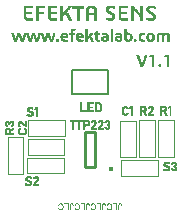
<source format=gbr>
G04 DipTrace 3.2.0.1*
G04 TopSilk.gbr*
%MOIN*%
G04 #@! TF.FileFunction,Legend,Top*
G04 #@! TF.Part,Single*
%ADD10C,0.009843*%
%ADD12C,0.003*%
%ADD13C,0.002625*%
%ADD14C,0.001969*%
%ADD15C,0.007874*%
%ADD19C,0.004724*%
%ADD23C,0.015397*%
%ADD37C,0.003088*%
%FSLAX26Y26*%
G04*
G70*
G90*
G75*
G01*
G04 TopSilk*
%LPD*%
D23*
X68601Y-250934D3*
X14529Y-245672D2*
D10*
X14514Y-127570D1*
X-16966Y-245685D2*
Y-127570D1*
X14514D2*
X-16966D1*
X14529Y-245672D2*
X-16966Y-245685D1*
X-207283Y-88583D2*
D19*
X-84646D1*
Y-140551D1*
X-207283D1*
Y-88583D1*
X-208858Y-151575D2*
X-86220D1*
Y-203543D1*
X-208858D1*
Y-151575D1*
X-209252Y-214173D2*
X-86614D1*
Y-266142D1*
X-209252D1*
Y-214173D1*
X-274705Y-144980D2*
X-222736D1*
Y-267618D1*
X-274705D1*
Y-144980D1*
X100886Y-89862D2*
X152854D1*
Y-212500D1*
X100886D1*
Y-89862D1*
X163484Y-89075D2*
X215453D1*
Y-211713D1*
X163484D1*
Y-89075D1*
X226083Y-89469D2*
X278051D1*
Y-212106D1*
X226083D1*
Y-89469D1*
X-60236Y78740D2*
D15*
X61024D1*
Y-394D1*
X-60236D1*
Y78740D1*
X103346Y-221654D2*
D19*
X225984D1*
Y-273622D1*
X103346D1*
Y-221654D1*
X112992Y-41732D2*
D14*
X118898D1*
X134646D2*
X138583D1*
X111103Y-42717D2*
X120635D1*
X133248D2*
X138583D1*
X109588Y-43701D2*
X122069D1*
X132146D2*
X138583D1*
X108447Y-44685D2*
X123143D1*
X131294D2*
X138583D1*
X107610Y-45669D2*
X114174D1*
X117716D2*
X123996D1*
X130991D2*
X138583D1*
X106991Y-46654D2*
X112648D1*
X119239D2*
X124714D1*
X130819D2*
X133661D1*
X135630D2*
X138583D1*
X106554Y-47638D2*
X111464D1*
X120401D2*
X125239D1*
X130709D2*
X131693D1*
X135630D2*
X138583D1*
X106272Y-48622D2*
X110594D1*
X121217D2*
X125561D1*
X135630D2*
X138583D1*
X106025Y-49606D2*
X109957D1*
X121850D2*
X125787D1*
X135630D2*
X138583D1*
X105736Y-50591D2*
X109516D1*
X135630D2*
X138583D1*
X105463Y-51575D2*
X109265D1*
X135630D2*
X138583D1*
X105283Y-52559D2*
X109142D1*
X135630D2*
X138583D1*
X105189Y-53543D2*
X109089D1*
X135630D2*
X138583D1*
X105146Y-54528D2*
X109068D1*
X135630D2*
X138583D1*
X105129Y-55512D2*
X109060D1*
X135630D2*
X138583D1*
X105122Y-56496D2*
X109057D1*
X135630D2*
X138583D1*
X105119Y-57480D2*
X109056D1*
X135630D2*
X138583D1*
X105122Y-58465D2*
X109055D1*
X135630D2*
X138583D1*
X105157Y-59449D2*
X109059D1*
X135630D2*
X138583D1*
X105282Y-60433D2*
X109094D1*
X135630D2*
X138583D1*
X105518Y-61417D2*
X109223D1*
X135630D2*
X138583D1*
X105774Y-62402D2*
X109497D1*
X135630D2*
X138583D1*
X105980Y-63386D2*
X109917D1*
X121850D2*
X125787D1*
X135630D2*
X138583D1*
X106201Y-64370D2*
X110538D1*
X121268D2*
X125598D1*
X135630D2*
X138583D1*
X106517Y-65354D2*
X111361D1*
X120492D2*
X125224D1*
X135630D2*
X138583D1*
X106950Y-66339D2*
X113226D1*
X118646D2*
X124691D1*
X135630D2*
X138583D1*
X107536Y-67323D2*
X115832D1*
X116051D2*
X124064D1*
X135630D2*
X138583D1*
X108356Y-68307D2*
X123237D1*
X135630D2*
X138583D1*
X109527Y-69291D2*
X122057D1*
X135630D2*
X138583D1*
X111130Y-70276D2*
X120550D1*
X135630D2*
X138583D1*
X112992Y-71260D2*
X118898D1*
X135630D2*
X138583D1*
X-237402Y-92913D2*
X-231496D1*
X-215748D2*
X-212795D1*
X-238799Y-93898D2*
X-229905D1*
X-215748D2*
X-212795D1*
X-239905Y-94882D2*
X-228391D1*
X-215748D2*
X-212795D1*
X-240667Y-95866D2*
X-226974D1*
X-215748D2*
X-212795D1*
X-241188Y-96850D2*
X-236376D1*
X-233699D2*
X-225628D1*
X-215748D2*
X-212795D1*
X-241610Y-97835D2*
X-237196D1*
X-231320D2*
X-224287D1*
X-215748D2*
X-212795D1*
X-241942Y-98819D2*
X-237780D1*
X-229418D2*
X-222965D1*
X-215748D2*
X-212795D1*
X-242141Y-99803D2*
X-238112D1*
X-227907D2*
X-221659D1*
X-215752D2*
X-212795D1*
X-242209Y-100787D2*
X-238265D1*
X-226567D2*
X-220302D1*
X-215789D2*
X-212795D1*
X-242129Y-101772D2*
X-238262D1*
X-225247D2*
X-218866D1*
X-215941D2*
X-212795D1*
X-241908Y-102756D2*
X-238123D1*
X-223937D2*
X-217340D1*
X-216278D2*
X-212795D1*
X-241625Y-103740D2*
X-237447D1*
X-222642D2*
X-212795D1*
X-241288Y-104724D2*
X-236688D1*
X-221322D2*
X-212795D1*
X-240760Y-105709D2*
X-236088D1*
X-220004D2*
X-212795D1*
X-239916Y-106693D2*
X-235731D1*
X-218678D2*
X-212795D1*
X-238746Y-107677D2*
X-235548D1*
X-217254D2*
X-212795D1*
X-237402Y-108661D2*
X-235433D1*
X-215748D2*
X-212795D1*
X-220669Y-114567D2*
X-219685D1*
X-236417Y-115551D2*
X-234449D1*
X-220662D2*
X-217947D1*
X-237818Y-116535D2*
X-234494D1*
X-220589D2*
X-216514D1*
X-238955Y-117520D2*
X-234599D1*
X-220416D2*
X-215440D1*
X-239812Y-118504D2*
X-235157D1*
X-219693D2*
X-214586D1*
X-240478Y-119488D2*
X-235933D1*
X-218771D2*
X-213869D1*
X-241042Y-120472D2*
X-236739D1*
X-217808D2*
X-213348D1*
X-241529Y-121457D2*
X-237410D1*
X-216965D2*
X-213047D1*
X-241903Y-122441D2*
X-237887D1*
X-216366D2*
X-212900D1*
X-242128Y-123425D2*
X-238160D1*
X-216026D2*
X-212836D1*
X-242237Y-124409D2*
X-238288D1*
X-215867D2*
X-212810D1*
X-242252Y-125394D2*
X-238307D1*
X-215834D2*
X-212801D1*
X-242143Y-126378D2*
X-238166D1*
X-215970D2*
X-212801D1*
X-241881Y-127362D2*
X-237775D1*
X-216359D2*
X-212838D1*
X-241502Y-128346D2*
X-237126D1*
X-217008D2*
X-212998D1*
X-241057Y-129331D2*
X-236304D1*
X-217830D2*
X-213367D1*
X-240546Y-130315D2*
X-235392D1*
X-218742D2*
X-213928D1*
X-239894Y-131299D2*
X-214649D1*
X-238970Y-132283D2*
X-215622D1*
X-237702Y-133268D2*
X-216965D1*
X-236140Y-134252D2*
X-218702D1*
X-234449Y-135236D2*
X-220669D1*
X-33858Y-29528D2*
X-29921D1*
X-9252D2*
X9449D1*
X16339D2*
X30118D1*
X-33858Y-30512D2*
X-29921D1*
X-9252D2*
X9449D1*
X16339D2*
X31856D1*
X-33858Y-31496D2*
X-29921D1*
X-9252D2*
X9449D1*
X16339D2*
X33286D1*
X-33858Y-32480D2*
X-29921D1*
X-9252D2*
X9449D1*
X16339D2*
X34329D1*
X-33858Y-33465D2*
X-29921D1*
X-9252D2*
X-5315D1*
X16339D2*
X20276D1*
X28937D2*
X35091D1*
X-33858Y-34449D2*
X-29921D1*
X-9252D2*
X-5315D1*
X16339D2*
X20276D1*
X30458D2*
X35699D1*
X-33858Y-35433D2*
X-29921D1*
X-9252D2*
X-5315D1*
X16339D2*
X20276D1*
X31608D2*
X36203D1*
X-33858Y-36417D2*
X-29921D1*
X-9252D2*
X-5315D1*
X16339D2*
X20276D1*
X32482D2*
X36585D1*
X-33858Y-37402D2*
X-29921D1*
X-9252D2*
X-5315D1*
X16339D2*
X20276D1*
X32786D2*
X36812D1*
X-33858Y-38386D2*
X-29921D1*
X-9252D2*
X-5315D1*
X16339D2*
X20276D1*
X32950D2*
X36926D1*
X-33858Y-39370D2*
X-29921D1*
X-9252D2*
X-5315D1*
X16339D2*
X20276D1*
X33024D2*
X36976D1*
X-33858Y-40354D2*
X-29921D1*
X-9252D2*
X-5315D1*
X16339D2*
X20276D1*
X33054D2*
X36996D1*
X-33858Y-41339D2*
X-29921D1*
X-9252D2*
X-5315D1*
X16339D2*
X20276D1*
X33065D2*
X37004D1*
X-33858Y-42323D2*
X-29921D1*
X-9252D2*
X-5315D1*
X16339D2*
X20276D1*
X33069D2*
X37006D1*
X-33858Y-43307D2*
X-29921D1*
X-9252D2*
X7480D1*
X16339D2*
X20276D1*
X33070D2*
X37007D1*
X-33858Y-44291D2*
X-29921D1*
X-9252D2*
X7480D1*
X16339D2*
X20276D1*
X33071D2*
X37008D1*
X-33858Y-45276D2*
X-29921D1*
X-9252D2*
X7480D1*
X16339D2*
X20276D1*
X33071D2*
X37008D1*
X-33858Y-46260D2*
X-29921D1*
X-9252D2*
X7480D1*
X16339D2*
X20276D1*
X33071D2*
X37008D1*
X-33858Y-47244D2*
X-29921D1*
X-9252D2*
X-5315D1*
X16339D2*
X20276D1*
X33071D2*
X37008D1*
X-33858Y-48228D2*
X-29921D1*
X-9252D2*
X-5315D1*
X16339D2*
X20276D1*
X33071D2*
X37008D1*
X-33858Y-49213D2*
X-29921D1*
X-9252D2*
X-5315D1*
X16339D2*
X20276D1*
X33067D2*
X37004D1*
X-33858Y-50197D2*
X-29921D1*
X-9252D2*
X-5315D1*
X16339D2*
X20276D1*
X33029D2*
X36969D1*
X-33858Y-51181D2*
X-29921D1*
X-9252D2*
X-5315D1*
X16339D2*
X20276D1*
X32861D2*
X36840D1*
X-33858Y-52165D2*
X-29921D1*
X-9252D2*
X-5315D1*
X16339D2*
X20276D1*
X32542D2*
X36570D1*
X-33858Y-53150D2*
X-29921D1*
X-9252D2*
X-5315D1*
X16339D2*
X20276D1*
X31623D2*
X36188D1*
X-33858Y-54134D2*
X-29921D1*
X-9252D2*
X-5315D1*
X16339D2*
X20276D1*
X28927D2*
X35738D1*
X-33858Y-55118D2*
X-29921D1*
X-9252D2*
X-5315D1*
X16339D2*
X20276D1*
X24628D2*
X35193D1*
X-33858Y-56102D2*
X-15157D1*
X-9252D2*
X9449D1*
X16339D2*
X34416D1*
X-33858Y-57087D2*
X-15157D1*
X-9252D2*
X9449D1*
X16339D2*
X33260D1*
X-33858Y-58071D2*
X-15157D1*
X-9252D2*
X9449D1*
X16339D2*
X31764D1*
X-33858Y-59055D2*
X-15157D1*
X-9252D2*
X9449D1*
X16339D2*
X30118D1*
X233071Y-40945D2*
X247835D1*
X263583D2*
X267520D1*
X233071Y-41929D2*
X249269D1*
X262185D2*
X267520D1*
X233071Y-42913D2*
X250498D1*
X261083D2*
X267520D1*
X233071Y-43898D2*
X251465D1*
X260231D2*
X267520D1*
X233071Y-44882D2*
X237008D1*
X246501D2*
X252148D1*
X259928D2*
X267520D1*
X233071Y-45866D2*
X237008D1*
X247778D2*
X252631D1*
X259756D2*
X262598D1*
X264567D2*
X267520D1*
X233071Y-46850D2*
X237008D1*
X248674D2*
X253037D1*
X259646D2*
X260630D1*
X264567D2*
X267520D1*
X233071Y-47835D2*
X237008D1*
X249344D2*
X253359D1*
X264567D2*
X267520D1*
X233071Y-48819D2*
X237008D1*
X249543D2*
X253525D1*
X264567D2*
X267520D1*
X233071Y-49803D2*
X237008D1*
X249617D2*
X253501D1*
X264567D2*
X267520D1*
X233071Y-50787D2*
X237008D1*
X249371D2*
X253307D1*
X264567D2*
X267520D1*
X233071Y-51772D2*
X237008D1*
X248711D2*
X253035D1*
X264567D2*
X267520D1*
X233071Y-52756D2*
X237008D1*
X246118D2*
X252706D1*
X264567D2*
X267520D1*
X233071Y-53740D2*
X237008D1*
X241671D2*
X252214D1*
X264567D2*
X267520D1*
X233071Y-54724D2*
X251491D1*
X264567D2*
X267520D1*
X233071Y-55709D2*
X250567D1*
X264567D2*
X267520D1*
X233071Y-56693D2*
X249608D1*
X264567D2*
X267520D1*
X233071Y-57677D2*
X248766D1*
X264567D2*
X267520D1*
X233071Y-58661D2*
X237008D1*
X243742D2*
X248563D1*
X264567D2*
X267520D1*
X233071Y-59646D2*
X237008D1*
X244447D2*
X248834D1*
X264567D2*
X267520D1*
X233071Y-60630D2*
X237008D1*
X245047D2*
X249287D1*
X264567D2*
X267520D1*
X233071Y-61614D2*
X237008D1*
X245589D2*
X249863D1*
X264567D2*
X267520D1*
X233071Y-62598D2*
X237008D1*
X246100D2*
X250443D1*
X264567D2*
X267520D1*
X233071Y-63583D2*
X237008D1*
X246601D2*
X250988D1*
X264567D2*
X267520D1*
X233071Y-64567D2*
X237008D1*
X247095D2*
X251507D1*
X264567D2*
X267520D1*
X233071Y-65551D2*
X237008D1*
X247589D2*
X252010D1*
X264567D2*
X267520D1*
X233071Y-66535D2*
X237008D1*
X248080D2*
X252508D1*
X264567D2*
X267520D1*
X233071Y-67520D2*
X237008D1*
X248570D2*
X253004D1*
X264567D2*
X267520D1*
X233071Y-68504D2*
X237008D1*
X249036D2*
X253523D1*
X264567D2*
X267520D1*
X233071Y-69488D2*
X237008D1*
X249446D2*
X254097D1*
X264567D2*
X267520D1*
X233071Y-70472D2*
X237008D1*
X249803D2*
X254724D1*
X264567D2*
X267520D1*
X164961Y-41732D2*
X179724D1*
X197441D2*
X204331D1*
X164961Y-42717D2*
X181159D1*
X196040D2*
X205613D1*
X164961Y-43701D2*
X182388D1*
X194903D2*
X206602D1*
X164961Y-44685D2*
X183355D1*
X194050D2*
X207345D1*
X164961Y-45669D2*
X168898D1*
X178391D2*
X184038D1*
X193418D2*
X198771D1*
X202127D2*
X207946D1*
X164961Y-46654D2*
X168898D1*
X179668D2*
X184521D1*
X192977D2*
X197460D1*
X203523D2*
X208444D1*
X164961Y-47638D2*
X168898D1*
X180563D2*
X184927D1*
X192709D2*
X196419D1*
X204596D2*
X208791D1*
X164961Y-48622D2*
X168898D1*
X181234D2*
X185248D1*
X192520D2*
X195472D1*
X205018D2*
X208981D1*
X164961Y-49606D2*
X168898D1*
X181433D2*
X185414D1*
X205023D2*
X208789D1*
X164961Y-50591D2*
X168898D1*
X181507D2*
X185391D1*
X204825D2*
X208535D1*
X164961Y-51575D2*
X168898D1*
X181260D2*
X185197D1*
X204476D2*
X208250D1*
X164961Y-52559D2*
X168898D1*
X180601D2*
X184925D1*
X204042D2*
X207891D1*
X164961Y-53543D2*
X168898D1*
X178008D2*
X184596D1*
X203540D2*
X207440D1*
X164961Y-54528D2*
X168898D1*
X173561D2*
X184104D1*
X202932D2*
X206887D1*
X164961Y-55512D2*
X183380D1*
X202207D2*
X206262D1*
X164961Y-56496D2*
X182457D1*
X201460D2*
X205631D1*
X164961Y-57480D2*
X181498D1*
X200761D2*
X204954D1*
X164961Y-58465D2*
X180656D1*
X200050D2*
X204196D1*
X164961Y-59449D2*
X168898D1*
X175631D2*
X180452D1*
X199248D2*
X203437D1*
X164961Y-60433D2*
X168898D1*
X176337D2*
X180723D1*
X198393D2*
X202733D1*
X164961Y-61417D2*
X168898D1*
X176937D2*
X181177D1*
X197577D2*
X202023D1*
X164961Y-62402D2*
X168898D1*
X177479D2*
X181753D1*
X196846D2*
X201252D1*
X164961Y-63386D2*
X168898D1*
X177990D2*
X182333D1*
X196125D2*
X200487D1*
X164961Y-64370D2*
X168898D1*
X178490D2*
X182878D1*
X195349D2*
X199781D1*
X164961Y-65354D2*
X168898D1*
X178984D2*
X183397D1*
X194586D2*
X199067D1*
X164961Y-66339D2*
X168898D1*
X179478D2*
X183900D1*
X193918D2*
X198262D1*
X164961Y-67323D2*
X168898D1*
X179970D2*
X184397D1*
X193367D2*
X197376D1*
X164961Y-68307D2*
X168898D1*
X180460D2*
X184894D1*
X192961D2*
X209252D1*
X164961Y-69291D2*
X168898D1*
X180926D2*
X185413D1*
X192722D2*
X209252D1*
X164961Y-70276D2*
X168898D1*
X181336D2*
X185987D1*
X192598D2*
X209252D1*
X164961Y-71260D2*
X168898D1*
X181693D2*
X186614D1*
X192520D2*
X209252D1*
X-279331Y-91142D2*
X-275394D1*
X-266535D2*
X-259646D1*
X-281068Y-92126D2*
X-273915D1*
X-267821D2*
X-258363D1*
X-282339Y-93110D2*
X-272494D1*
X-268837D2*
X-257379D1*
X-283225Y-94094D2*
X-271023D1*
X-269676D2*
X-256670D1*
X-283889Y-95079D2*
X-266186D1*
X-260671D2*
X-256194D1*
X-284417Y-96063D2*
X-280122D1*
X-273619D2*
X-267463D1*
X-259852D2*
X-255928D1*
X-284808Y-97047D2*
X-280697D1*
X-273043D2*
X-268359D1*
X-259267D2*
X-255799D1*
X-285035Y-98031D2*
X-281023D1*
X-272713D2*
X-269029D1*
X-258939D2*
X-255744D1*
X-285115Y-99016D2*
X-281144D1*
X-272553D2*
X-269266D1*
X-258813D2*
X-255721D1*
X-285036Y-100000D2*
X-281138D1*
X-272482D2*
X-269401D1*
X-258877D2*
X-255717D1*
X-284786Y-100984D2*
X-280704D1*
X-272441D2*
X-269488D1*
X-259158D2*
X-255749D1*
X-284412Y-101969D2*
X-280084D1*
X-259685D2*
X-255877D1*
X-283965Y-102953D2*
X-279423D1*
X-260450D2*
X-256151D1*
X-283422Y-103937D2*
X-278908D1*
X-261280D2*
X-256571D1*
X-282659Y-104921D2*
X-278603D1*
X-261918D2*
X-257179D1*
X-281579Y-105906D2*
X-278445D1*
X-262290D2*
X-258074D1*
X-280315Y-106890D2*
X-278346D1*
X-262480D2*
X-259270D1*
X-262598Y-107874D2*
X-260630D1*
X-256693Y-113780D2*
X-255709D1*
X-280315Y-114764D2*
X-272441D1*
X-258624D2*
X-255713D1*
X-281598Y-115748D2*
X-271449D1*
X-260474D2*
X-255755D1*
X-282586Y-116732D2*
X-270390D1*
X-262281D2*
X-255859D1*
X-283329Y-117717D2*
X-269101D1*
X-264299D2*
X-256356D1*
X-283930Y-118701D2*
X-278112D1*
X-274644D2*
X-267444D1*
X-266754D2*
X-257531D1*
X-284432Y-119685D2*
X-279507D1*
X-273249D2*
X-259038D1*
X-284813Y-120669D2*
X-280580D1*
X-272176D2*
X-260784D1*
X-285041Y-121654D2*
X-280953D1*
X-271803D2*
X-262650D1*
X-285154Y-122638D2*
X-281153D1*
X-271603D2*
X-264504D1*
X-285204Y-123622D2*
X-281242D1*
X-271514D2*
X-266131D1*
X-285224Y-124606D2*
X-281278D1*
X-271478D2*
X-267479D1*
X-285232Y-125591D2*
X-281292D1*
X-271464D2*
X-268004D1*
X-285235Y-126575D2*
X-281297D1*
X-271459D2*
X-268290D1*
X-285236Y-127559D2*
X-281298D1*
X-271458D2*
X-268420D1*
X-285236Y-128543D2*
X-281299D1*
X-271457D2*
X-268473D1*
X-285236Y-129528D2*
X-281299D1*
X-271457D2*
X-268493D1*
X-285236Y-130512D2*
X-281299D1*
X-271457D2*
X-268500D1*
X-285236Y-131496D2*
X-255709D1*
X-285236Y-132480D2*
X-255709D1*
X-285236Y-133465D2*
X-255709D1*
X-285236Y-134449D2*
X-255709D1*
X-204528Y-44882D2*
X-196654D1*
X-181890D2*
X-177953D1*
X-206265Y-45866D2*
X-194924D1*
X-183287D2*
X-177953D1*
X-207695Y-46850D2*
X-193379D1*
X-184389D2*
X-177953D1*
X-208735Y-47835D2*
X-192581D1*
X-185241D2*
X-177953D1*
X-209462Y-48819D2*
X-203346D1*
X-197638D2*
X-192469D1*
X-185545D2*
X-177953D1*
X-209944Y-49803D2*
X-204867D1*
X-194685D2*
X-192717D1*
X-185716D2*
X-182874D1*
X-180906D2*
X-177953D1*
X-210213Y-50787D2*
X-206014D1*
X-185827D2*
X-184843D1*
X-180906D2*
X-177953D1*
X-210342Y-51772D2*
X-206876D1*
X-180906D2*
X-177953D1*
X-210398Y-52756D2*
X-207129D1*
X-180906D2*
X-177953D1*
X-210416Y-53740D2*
X-206986D1*
X-180906D2*
X-177953D1*
X-210386Y-54724D2*
X-206474D1*
X-180906D2*
X-177953D1*
X-210225Y-55709D2*
X-205033D1*
X-180906D2*
X-177953D1*
X-209823Y-56693D2*
X-202769D1*
X-180906D2*
X-177953D1*
X-209121Y-57677D2*
X-199901D1*
X-180906D2*
X-177953D1*
X-208022Y-58661D2*
X-197121D1*
X-180906D2*
X-177953D1*
X-206262Y-59646D2*
X-194937D1*
X-180906D2*
X-177953D1*
X-203703Y-60630D2*
X-193411D1*
X-180906D2*
X-177953D1*
X-200750Y-61614D2*
X-192387D1*
X-180906D2*
X-177953D1*
X-198128Y-62598D2*
X-191687D1*
X-180906D2*
X-177953D1*
X-196249Y-63583D2*
X-191222D1*
X-180906D2*
X-177953D1*
X-194883Y-64567D2*
X-190962D1*
X-180906D2*
X-177953D1*
X-194331Y-65551D2*
X-190837D1*
X-180906D2*
X-177953D1*
X-194295Y-66535D2*
X-190786D1*
X-180906D2*
X-177953D1*
X-194616Y-67520D2*
X-190803D1*
X-180906D2*
X-177953D1*
X-210433Y-68504D2*
X-209449D1*
X-195439D2*
X-190959D1*
X-180906D2*
X-177953D1*
X-210959Y-69488D2*
X-206049D1*
X-197971D2*
X-191355D1*
X-180906D2*
X-177953D1*
X-211639Y-70472D2*
X-201674D1*
X-201828D2*
X-192014D1*
X-180906D2*
X-177953D1*
X-212402Y-71457D2*
X-192912D1*
X-180906D2*
X-177953D1*
X-210252Y-72441D2*
X-194131D1*
X-180906D2*
X-177953D1*
X-207938Y-73425D2*
X-195760D1*
X-180906D2*
X-177953D1*
X-205512Y-74409D2*
X-197638D1*
X-180906D2*
X-177953D1*
X-210039Y-275591D2*
X-202165D1*
X-185433D2*
X-178543D1*
X-211777Y-276575D2*
X-200435D1*
X-186834D2*
X-177261D1*
X-213207Y-277559D2*
X-198891D1*
X-187971D2*
X-176272D1*
X-214246Y-278543D2*
X-198093D1*
X-188824D2*
X-175529D1*
X-214974Y-279528D2*
X-208858D1*
X-203150D2*
X-197981D1*
X-189456D2*
X-184103D1*
X-180747D2*
X-174928D1*
X-215456Y-280512D2*
X-210379D1*
X-200197D2*
X-198228D1*
X-189897D2*
X-185414D1*
X-179351D2*
X-174430D1*
X-215725Y-281496D2*
X-211525D1*
X-190165D2*
X-186455D1*
X-178278D2*
X-174083D1*
X-215854Y-282480D2*
X-212388D1*
X-190354D2*
X-187402D1*
X-177856D2*
X-173893D1*
X-215910Y-283465D2*
X-212641D1*
X-177851D2*
X-174085D1*
X-215928Y-284449D2*
X-212498D1*
X-178049D2*
X-174339D1*
X-215898Y-285433D2*
X-211986D1*
X-178398D2*
X-174624D1*
X-215737Y-286417D2*
X-210545D1*
X-178832D2*
X-174983D1*
X-215335Y-287402D2*
X-208281D1*
X-179334D2*
X-175434D1*
X-214633Y-288386D2*
X-205413D1*
X-179942D2*
X-175987D1*
X-213534Y-289370D2*
X-202633D1*
X-180667D2*
X-176612D1*
X-211774Y-290354D2*
X-200449D1*
X-181414D2*
X-177243D1*
X-209215Y-291339D2*
X-198923D1*
X-182113D2*
X-177920D1*
X-206262Y-292323D2*
X-197899D1*
X-182824D2*
X-178678D1*
X-203640Y-293307D2*
X-197199D1*
X-183626D2*
X-179437D1*
X-201761Y-294291D2*
X-196734D1*
X-184481D2*
X-180141D1*
X-200395Y-295276D2*
X-196474D1*
X-185297D2*
X-180851D1*
X-199843Y-296260D2*
X-196349D1*
X-186028D2*
X-181622D1*
X-199807Y-297244D2*
X-196298D1*
X-186750D2*
X-182387D1*
X-200128Y-298228D2*
X-196315D1*
X-187525D2*
X-183093D1*
X-215945Y-299213D2*
X-214961D1*
X-200951D2*
X-196470D1*
X-188288D2*
X-183807D1*
X-216471Y-300197D2*
X-211561D1*
X-203483D2*
X-196867D1*
X-188956D2*
X-184612D1*
X-217151Y-301181D2*
X-207186D1*
X-207339D2*
X-197526D1*
X-189507D2*
X-185498D1*
X-217913Y-302165D2*
X-198424D1*
X-189913D2*
X-173622D1*
X-215764Y-303150D2*
X-199643D1*
X-190152D2*
X-173622D1*
X-213450Y-304134D2*
X-201272D1*
X-190276D2*
X-173622D1*
X-211024Y-305118D2*
X-203150D1*
X-190354D2*
X-173622D1*
X250197Y-226772D2*
X258071D1*
X274803D2*
X280709D1*
X248459Y-227756D2*
X259801D1*
X273402D2*
X282143D1*
X247029Y-228740D2*
X261346D1*
X272265D2*
X283372D1*
X245990Y-229724D2*
X262143D1*
X271412D2*
X284335D1*
X245262Y-230709D2*
X251378D1*
X257087D2*
X262256D1*
X270781D2*
X275787D1*
X279375D2*
X285091D1*
X244780Y-231693D2*
X249857D1*
X260039D2*
X262008D1*
X270339D2*
X274803D1*
X280652D2*
X285368D1*
X244511Y-232677D2*
X248711D1*
X270071D2*
X273819D1*
X281544D2*
X285518D1*
X244382Y-233661D2*
X247849D1*
X269882D2*
X272835D1*
X282203D2*
X285582D1*
X244326Y-234646D2*
X247596D1*
X282375D2*
X285575D1*
X244308Y-235630D2*
X247738D1*
X282117D2*
X285457D1*
X244338Y-236614D2*
X248250D1*
X281692D2*
X285182D1*
X244499Y-237598D2*
X249691D1*
X280586D2*
X284730D1*
X244901Y-238583D2*
X251956D1*
X279264D2*
X284010D1*
X245603Y-239567D2*
X254823D1*
X277970D2*
X282948D1*
X246702Y-240551D2*
X257604D1*
X277329D2*
X281693D1*
X248462Y-241535D2*
X259787D1*
X277125D2*
X282858D1*
X251021Y-242520D2*
X261313D1*
X278479D2*
X283856D1*
X253974Y-243504D2*
X262337D1*
X279921D2*
X284643D1*
X256596Y-244488D2*
X263037D1*
X281113D2*
X285277D1*
X258475Y-245472D2*
X263502D1*
X282042D2*
X285797D1*
X259841Y-246457D2*
X263762D1*
X282371D2*
X286186D1*
X260394Y-247441D2*
X263888D1*
X282544D2*
X286413D1*
X260429Y-248425D2*
X263938D1*
X282580D2*
X286493D1*
X260109Y-249409D2*
X263921D1*
X268898D2*
X272835D1*
X282517D2*
X286414D1*
X244291Y-250394D2*
X245276D1*
X259286D2*
X263766D1*
X269275D2*
X273482D1*
X281980D2*
X286164D1*
X243765Y-251378D2*
X248675D1*
X256753D2*
X263369D1*
X269733D2*
X275194D1*
X280297D2*
X285786D1*
X243085Y-252362D2*
X253050D1*
X252897D2*
X262710D1*
X270323D2*
X277707D1*
X277798D2*
X285305D1*
X242323Y-253346D2*
X261812D1*
X271109D2*
X284635D1*
X244472Y-254331D2*
X260593D1*
X272128D2*
X283629D1*
X246786Y-255315D2*
X258964D1*
X273395D2*
X282256D1*
X249213Y-256299D2*
X257087D1*
X274803D2*
X280709D1*
X-68549Y-88397D2*
X-27210D1*
X-23273D2*
X-8509D1*
X7239D2*
X14129D1*
X29877D2*
X36766D1*
X52514D2*
X58420D1*
X-68549Y-89381D2*
X-27210D1*
X-23273D2*
X-7074D1*
X5838D2*
X15411D1*
X28476D2*
X38049D1*
X51113D2*
X59855D1*
X-68549Y-90365D2*
X-27210D1*
X-23273D2*
X-5846D1*
X4701D2*
X16400D1*
X27339D2*
X39037D1*
X49976D2*
X61083D1*
X-68549Y-91350D2*
X-27210D1*
X-23273D2*
X-4879D1*
X3848D2*
X17143D1*
X26486D2*
X39781D1*
X49123D2*
X62047D1*
X-59690Y-92334D2*
X-56738D1*
X-39021D2*
X-36068D1*
X-23273D2*
X-19336D1*
X-9843D2*
X-4196D1*
X3216D2*
X8569D1*
X11925D2*
X17744D1*
X25854D2*
X31207D1*
X34563D2*
X40382D1*
X48492D2*
X53499D1*
X57086D2*
X62803D1*
X-59690Y-93318D2*
X-56738D1*
X-39021D2*
X-36068D1*
X-23273D2*
X-19336D1*
X-8565D2*
X-3713D1*
X2775D2*
X7258D1*
X13321D2*
X18242D1*
X25413D2*
X29896D1*
X35958D2*
X40880D1*
X48050D2*
X52514D1*
X58364D2*
X63080D1*
X-59690Y-94302D2*
X-56738D1*
X-39021D2*
X-36068D1*
X-23273D2*
X-19336D1*
X-7670D2*
X-3307D1*
X2506D2*
X6217D1*
X14394D2*
X18589D1*
X25144D2*
X28855D1*
X37031D2*
X41226D1*
X47782D2*
X51530D1*
X59255D2*
X63230D1*
X-59690Y-95287D2*
X-56738D1*
X-39021D2*
X-36068D1*
X-23273D2*
X-19336D1*
X-6999D2*
X-2981D1*
X2318D2*
X5270D1*
X14815D2*
X18779D1*
X24955D2*
X27908D1*
X37453D2*
X41417D1*
X47593D2*
X50546D1*
X59914D2*
X63294D1*
X-59690Y-96271D2*
X-56738D1*
X-39021D2*
X-36068D1*
X-23273D2*
X-19336D1*
X-6767D2*
X-2785D1*
X14821D2*
X18586D1*
X37458D2*
X41224D1*
X60086D2*
X63287D1*
X-59690Y-97255D2*
X-56738D1*
X-39021D2*
X-36068D1*
X-23273D2*
X-19336D1*
X-6674D2*
X-2717D1*
X14623D2*
X18333D1*
X37261D2*
X40971D1*
X59829D2*
X63168D1*
X-59690Y-98240D2*
X-56738D1*
X-39021D2*
X-36068D1*
X-23273D2*
X-19336D1*
X-6749D2*
X-2797D1*
X14274D2*
X18048D1*
X36911D2*
X40686D1*
X59404D2*
X62894D1*
X-59690Y-99224D2*
X-56738D1*
X-39021D2*
X-36068D1*
X-23273D2*
X-19336D1*
X-6958D2*
X-3018D1*
X13840D2*
X17689D1*
X36478D2*
X40327D1*
X58297D2*
X62441D1*
X-59690Y-100208D2*
X-56738D1*
X-39021D2*
X-36068D1*
X-23273D2*
X-19336D1*
X-7628D2*
X-3302D1*
X13337D2*
X17238D1*
X35975D2*
X39875D1*
X56975D2*
X61721D1*
X-59690Y-101192D2*
X-56738D1*
X-39021D2*
X-36068D1*
X-23273D2*
X-19336D1*
X-10223D2*
X-3635D1*
X12730D2*
X16685D1*
X35368D2*
X39322D1*
X55682D2*
X60659D1*
X-59690Y-102177D2*
X-56738D1*
X-39021D2*
X-36068D1*
X-23273D2*
X-19336D1*
X-14672D2*
X-4129D1*
X12004D2*
X16060D1*
X34642D2*
X38698D1*
X55040D2*
X59404D1*
X-59690Y-103161D2*
X-56738D1*
X-39021D2*
X-36068D1*
X-23273D2*
X-4895D1*
X11258D2*
X15428D1*
X33896D2*
X38066D1*
X54836D2*
X60569D1*
X-59690Y-104145D2*
X-56738D1*
X-39021D2*
X-36068D1*
X-23273D2*
X-5899D1*
X10559D2*
X14752D1*
X33197D2*
X37389D1*
X56190D2*
X61568D1*
X-59690Y-105129D2*
X-56738D1*
X-39021D2*
X-36068D1*
X-23273D2*
X-8839D1*
X9848D2*
X13994D1*
X32485D2*
X36632D1*
X57632D2*
X62354D1*
X-59690Y-106114D2*
X-56738D1*
X-39021D2*
X-36068D1*
X-23273D2*
X-13518D1*
X9046D2*
X13235D1*
X31684D2*
X35872D1*
X58825D2*
X62988D1*
X-59690Y-107098D2*
X-56738D1*
X-39021D2*
X-36068D1*
X-23273D2*
X-19336D1*
X8191D2*
X12531D1*
X30829D2*
X35168D1*
X59754D2*
X63508D1*
X-59690Y-108082D2*
X-56738D1*
X-39021D2*
X-36068D1*
X-23273D2*
X-19336D1*
X7375D2*
X11821D1*
X30012D2*
X34459D1*
X60082D2*
X63897D1*
X-59690Y-109066D2*
X-56738D1*
X-39021D2*
X-36068D1*
X-23273D2*
X-19336D1*
X6644D2*
X11050D1*
X29282D2*
X33688D1*
X60255D2*
X64124D1*
X-59690Y-110051D2*
X-56738D1*
X-39021D2*
X-36068D1*
X-23273D2*
X-19336D1*
X5922D2*
X10285D1*
X28560D2*
X32923D1*
X60292D2*
X64204D1*
X-59690Y-111035D2*
X-56738D1*
X-39021D2*
X-36068D1*
X-23273D2*
X-19336D1*
X5147D2*
X9579D1*
X27785D2*
X32217D1*
X46609D2*
X50546D1*
X60228D2*
X64125D1*
X-59690Y-112019D2*
X-56738D1*
X-39021D2*
X-36068D1*
X-23273D2*
X-19336D1*
X4384D2*
X8865D1*
X27022D2*
X31502D1*
X46987D2*
X51194D1*
X59691D2*
X63875D1*
X-59690Y-113003D2*
X-56738D1*
X-39021D2*
X-36068D1*
X-23273D2*
X-19336D1*
X3716D2*
X8060D1*
X26354D2*
X30697D1*
X47444D2*
X52905D1*
X58008D2*
X63498D1*
X-59690Y-113988D2*
X-56738D1*
X-39021D2*
X-36068D1*
X-23273D2*
X-19336D1*
X3165D2*
X7174D1*
X25803D2*
X29812D1*
X48034D2*
X55418D1*
X55509D2*
X63016D1*
X-59690Y-114972D2*
X-56738D1*
X-39021D2*
X-36068D1*
X-23273D2*
X-19336D1*
X2759D2*
X19050D1*
X25397D2*
X41688D1*
X48820D2*
X62346D1*
X-59690Y-115956D2*
X-56738D1*
X-39021D2*
X-36068D1*
X-23273D2*
X-19336D1*
X2520D2*
X19050D1*
X25157D2*
X41688D1*
X49839D2*
X61340D1*
X-59690Y-116940D2*
X-56738D1*
X-39021D2*
X-36068D1*
X-23273D2*
X-19336D1*
X2396D2*
X19050D1*
X25033D2*
X41688D1*
X51107D2*
X59967D1*
X-59690Y-117925D2*
X-56738D1*
X-39021D2*
X-36068D1*
X-23273D2*
X-19336D1*
X2318D2*
X19050D1*
X24955D2*
X41688D1*
X52514D2*
X58420D1*
X-221873Y292550D2*
D12*
X-194873D1*
X-181373D2*
X-152873D1*
X-140873D2*
X-113873D1*
X-100373D2*
X-94373D1*
X-71873D2*
X-64373D1*
X-61373D2*
X-23873D1*
X-4373D2*
X9127D1*
X60127D2*
X78127D1*
X94627D2*
X121627D1*
X135127D2*
X141127D1*
X166627D2*
X174127D1*
X195127D2*
X213127D1*
X-221873Y291050D2*
X-194873D1*
X-181373D2*
X-152873D1*
X-140873D2*
X-113873D1*
X-100373D2*
X-94373D1*
X-73141D2*
X-65867D1*
X-61373D2*
X-23873D1*
X-6565D2*
X12006D1*
X57479D2*
X78820D1*
X94627D2*
X121627D1*
X135127D2*
X142570D1*
X166627D2*
X174127D1*
X192479D2*
X213820D1*
X-221873Y289550D2*
X-194873D1*
X-181373D2*
X-152873D1*
X-140873D2*
X-113873D1*
X-100373D2*
X-94373D1*
X-74269D2*
X-67314D1*
X-61373D2*
X-23873D1*
X-8490D2*
X14315D1*
X55300D2*
X79252D1*
X94627D2*
X121627D1*
X135127D2*
X143878D1*
X166627D2*
X174127D1*
X190300D2*
X214252D1*
X-221873Y288050D2*
X-194873D1*
X-181373D2*
X-152873D1*
X-140873D2*
X-113873D1*
X-100373D2*
X-94373D1*
X-75381D2*
X-68623D1*
X-61373D2*
X-23873D1*
X-10149D2*
X16054D1*
X53716D2*
X79481D1*
X94627D2*
X121627D1*
X135127D2*
X145018D1*
X166627D2*
X174127D1*
X188716D2*
X214481D1*
X-221873Y286550D2*
X-215873D1*
X-181373D2*
X-175373D1*
X-140873D2*
X-134873D1*
X-100373D2*
X-94373D1*
X-76618D2*
X-69764D1*
X-44873D2*
X-38873D1*
X-11502D2*
X-2515D1*
X7327D2*
X17330D1*
X52607D2*
X62155D1*
X76627D2*
X79627D1*
X94627D2*
X100627D1*
X135127D2*
X146134D1*
X166627D2*
X174127D1*
X187607D2*
X197155D1*
X211627D2*
X214627D1*
X-221873Y285050D2*
X-215873D1*
X-181373D2*
X-175373D1*
X-140873D2*
X-134873D1*
X-100373D2*
X-94373D1*
X-77973D2*
X-70879D1*
X-44873D2*
X-38873D1*
X-12485D2*
X-4647D1*
X9645D2*
X18274D1*
X51872D2*
X60157D1*
X94627D2*
X100627D1*
X135127D2*
X147372D1*
X166627D2*
X174127D1*
X186872D2*
X195157D1*
X-221873Y283550D2*
X-215873D1*
X-181373D2*
X-175373D1*
X-140873D2*
X-134873D1*
X-100373D2*
X-94373D1*
X-79356D2*
X-72117D1*
X-44873D2*
X-38873D1*
X-13198D2*
X-6300D1*
X11398D2*
X18933D1*
X51469D2*
X58570D1*
X94627D2*
X100627D1*
X135127D2*
X148733D1*
X166627D2*
X174127D1*
X186469D2*
X193570D1*
X-221873Y282050D2*
X-215873D1*
X-181373D2*
X-175373D1*
X-140873D2*
X-134873D1*
X-100373D2*
X-94373D1*
X-80639D2*
X-73473D1*
X-44873D2*
X-38873D1*
X-13807D2*
X-7086D1*
X12730D2*
X19311D1*
X51330D2*
X57127D1*
X94627D2*
X100627D1*
X135127D2*
X150169D1*
X166627D2*
X174127D1*
X186330D2*
X192127D1*
X-221873Y280550D2*
X-215873D1*
X-181373D2*
X-175373D1*
X-140873D2*
X-134873D1*
X-100373D2*
X-94373D1*
X-81769D2*
X-74856D1*
X-44873D2*
X-38873D1*
X-14299D2*
X-7756D1*
X13194D2*
X19495D1*
X51365D2*
X58172D1*
X94627D2*
X100627D1*
X135127D2*
X141127D1*
X144127D2*
X151643D1*
X166627D2*
X174127D1*
X186365D2*
X193172D1*
X-221873Y279050D2*
X-215873D1*
X-181373D2*
X-175373D1*
X-140873D2*
X-134873D1*
X-100373D2*
X-94373D1*
X-82881D2*
X-76139D1*
X-44873D2*
X-38873D1*
X-14603D2*
X-8279D1*
X13443D2*
X19576D1*
X52038D2*
X59423D1*
X94627D2*
X100627D1*
X135127D2*
X141127D1*
X145627D2*
X153133D1*
X166627D2*
X174127D1*
X187038D2*
X194423D1*
X-221873Y277550D2*
X-215873D1*
X-181373D2*
X-175373D1*
X-140873D2*
X-134873D1*
X-100373D2*
X-94373D1*
X-84118D2*
X-77269D1*
X-44873D2*
X-38873D1*
X-14758D2*
X-8596D1*
X13556D2*
X19608D1*
X53043D2*
X61051D1*
X94627D2*
X100627D1*
X135127D2*
X141127D1*
X147127D2*
X154629D1*
X166627D2*
X174127D1*
X188043D2*
X196051D1*
X-221873Y276050D2*
X-215873D1*
X-181373D2*
X-175373D1*
X-140873D2*
X-134873D1*
X-100373D2*
X-94373D1*
X-85479D2*
X-78381D1*
X-44873D2*
X-38873D1*
X-14828D2*
X-8756D1*
X13601D2*
X19621D1*
X54300D2*
X62986D1*
X94627D2*
X100627D1*
X135127D2*
X141127D1*
X148627D2*
X156128D1*
X166627D2*
X174127D1*
X189300D2*
X197986D1*
X-221873Y274550D2*
X-215873D1*
X-181373D2*
X-175373D1*
X-140873D2*
X-134873D1*
X-100373D2*
X-94367D1*
X-86921D2*
X-79617D1*
X-44873D2*
X-38873D1*
X-14856D2*
X-8827D1*
X13618D2*
X19625D1*
X55700D2*
X65093D1*
X94627D2*
X100627D1*
X135127D2*
X141127D1*
X150127D2*
X157628D1*
X166627D2*
X174127D1*
X190700D2*
X200093D1*
X-221873Y273050D2*
X-215873D1*
X-181373D2*
X-175373D1*
X-140873D2*
X-134873D1*
X-100373D2*
X-94310D1*
X-88451D2*
X-80970D1*
X-44873D2*
X-38873D1*
X-14867D2*
X-8856D1*
X13624D2*
X19627D1*
X57210D2*
X67287D1*
X94627D2*
X100627D1*
X135127D2*
X141127D1*
X151627D2*
X159133D1*
X166621D2*
X174127D1*
X192210D2*
X202287D1*
X-221873Y271550D2*
X-196373D1*
X-181373D2*
X-155873D1*
X-140873D2*
X-115373D1*
X-100373D2*
X-94078D1*
X-90173D2*
X-82373D1*
X-44873D2*
X-38873D1*
X-14871D2*
X-8867D1*
X13626D2*
X19627D1*
X58891D2*
X69514D1*
X94627D2*
X120127D1*
X135127D2*
X141127D1*
X153127D2*
X160690D1*
X166564D2*
X174127D1*
X193891D2*
X204514D1*
X-221873Y270050D2*
X-196373D1*
X-181373D2*
X-155873D1*
X-140873D2*
X-115373D1*
X-100373D2*
X-93565D1*
X-92182D2*
X-79673D1*
X-44873D2*
X-38873D1*
X-14872D2*
X-8871D1*
X13627D2*
X19627D1*
X60798D2*
X71745D1*
X94627D2*
X120127D1*
X135127D2*
X141127D1*
X154627D2*
X162422D1*
X166332D2*
X174127D1*
X195798D2*
X206745D1*
X-221873Y268550D2*
X-196373D1*
X-181373D2*
X-155873D1*
X-140873D2*
X-115373D1*
X-100373D2*
X-77349D1*
X-44873D2*
X-38873D1*
X-14872D2*
X19627D1*
X62877D2*
X73886D1*
X94627D2*
X120127D1*
X135127D2*
X141127D1*
X156121D2*
X164435D1*
X165820D2*
X174127D1*
X197877D2*
X208886D1*
X-221873Y267050D2*
X-196373D1*
X-181373D2*
X-155873D1*
X-140873D2*
X-115373D1*
X-100373D2*
X-75538D1*
X-44873D2*
X-38873D1*
X-14873D2*
X19627D1*
X65050D2*
X75748D1*
X94627D2*
X120127D1*
X135127D2*
X141127D1*
X157569D2*
X174127D1*
X200050D2*
X210748D1*
X-221873Y265550D2*
X-215873D1*
X-181373D2*
X-175373D1*
X-140873D2*
X-134873D1*
X-100373D2*
X-88367D1*
X-86019D2*
X-74159D1*
X-44873D2*
X-38873D1*
X-14873D2*
X19627D1*
X67259D2*
X77219D1*
X94627D2*
X100627D1*
X135127D2*
X141127D1*
X158878D2*
X174127D1*
X202259D2*
X212219D1*
X-221873Y264050D2*
X-215873D1*
X-181373D2*
X-175373D1*
X-140873D2*
X-134873D1*
X-100373D2*
X-89814D1*
X-82957D2*
X-72991D1*
X-44873D2*
X-38873D1*
X-14873D2*
X19627D1*
X69391D2*
X78446D1*
X94627D2*
X100627D1*
X135127D2*
X141127D1*
X160018D2*
X174127D1*
X204391D2*
X213446D1*
X-221873Y262550D2*
X-215873D1*
X-181373D2*
X-175373D1*
X-140873D2*
X-134873D1*
X-100373D2*
X-91117D1*
X-80818D2*
X-71908D1*
X-44873D2*
X-38873D1*
X-14873D2*
X-8873D1*
X13627D2*
X19627D1*
X71244D2*
X79509D1*
X94627D2*
X100627D1*
X135127D2*
X141127D1*
X161134D2*
X174127D1*
X206244D2*
X214509D1*
X-221873Y261050D2*
X-215873D1*
X-181373D2*
X-175373D1*
X-140873D2*
X-134873D1*
X-100373D2*
X-92199D1*
X-79268D2*
X-70949D1*
X-44873D2*
X-38873D1*
X-14873D2*
X-8873D1*
X13627D2*
X19627D1*
X72661D2*
X80292D1*
X94627D2*
X100627D1*
X135127D2*
X141127D1*
X162366D2*
X174127D1*
X207661D2*
X215292D1*
X-221873Y259550D2*
X-215873D1*
X-181373D2*
X-175373D1*
X-140873D2*
X-134873D1*
X-100373D2*
X-93065D1*
X-78016D2*
X-70135D1*
X-44873D2*
X-38873D1*
X-14873D2*
X-8873D1*
X13627D2*
X19627D1*
X73690D2*
X80746D1*
X94627D2*
X100627D1*
X135127D2*
X141127D1*
X163669D2*
X174127D1*
X208690D2*
X215746D1*
X-221873Y258050D2*
X-215861D1*
X-181373D2*
X-175373D1*
X-140873D2*
X-134861D1*
X-100373D2*
X-93694D1*
X-76983D2*
X-69478D1*
X-44873D2*
X-38873D1*
X-14873D2*
X-8873D1*
X13627D2*
X19627D1*
X74490D2*
X80969D1*
X94627D2*
X100639D1*
X135127D2*
X141127D1*
X164855D2*
X174127D1*
X209490D2*
X215969D1*
X-221867Y256550D2*
X-215744D1*
X-181373D2*
X-175373D1*
X-140867D2*
X-134744D1*
X-100373D2*
X-94062D1*
X-76097D2*
X-68923D1*
X-44873D2*
X-38873D1*
X-14873D2*
X-8873D1*
X13627D2*
X19627D1*
X74674D2*
X81060D1*
X94633D2*
X100756D1*
X135127D2*
X141127D1*
X165720D2*
X174127D1*
X209674D2*
X216060D1*
X-221814Y255050D2*
X-215463D1*
X-181373D2*
X-175373D1*
X-140814D2*
X-134463D1*
X-100373D2*
X-94243D1*
X-75291D2*
X-68333D1*
X-44873D2*
X-38873D1*
X-14873D2*
X-8873D1*
X13627D2*
X19627D1*
X74065D2*
X81040D1*
X94686D2*
X101037D1*
X135127D2*
X141127D1*
X166216D2*
X174127D1*
X209065D2*
X216040D1*
X-221611Y253550D2*
X-214092D1*
X-181373D2*
X-175373D1*
X-140611D2*
X-133092D1*
X-100373D2*
X-94322D1*
X-74565D2*
X-67673D1*
X-44873D2*
X-38873D1*
X-14873D2*
X-8873D1*
X13627D2*
X19627D1*
X70926D2*
X80805D1*
X94889D2*
X102408D1*
X135127D2*
X141127D1*
X166457D2*
X174127D1*
X187627D2*
D3*
X205926D2*
X215805D1*
X-221135Y252050D2*
X-212133D1*
X-181373D2*
X-175373D1*
X-140135D2*
X-131133D1*
X-100373D2*
X-94354D1*
X-73949D2*
X-66968D1*
X-44873D2*
X-38873D1*
X-14873D2*
X-8873D1*
X13627D2*
X19627D1*
X52627D2*
X58627D1*
X65521D2*
X80196D1*
X95365D2*
X104367D1*
X135127D2*
X141127D1*
X166562D2*
X174127D1*
X187352D2*
X193627D1*
X200521D2*
X215196D1*
X-220431Y250550D2*
X-193373D1*
X-181373D2*
X-175373D1*
X-139431D2*
X-112373D1*
X-100373D2*
X-94366D1*
X-73417D2*
X-66240D1*
X-44873D2*
X-38873D1*
X-14873D2*
X-8873D1*
X13627D2*
X19627D1*
X51924D2*
X79147D1*
X96069D2*
X123127D1*
X135127D2*
X141127D1*
X166603D2*
X174127D1*
X186825D2*
X214147D1*
X-218826Y249050D2*
X-193373D1*
X-181373D2*
X-175373D1*
X-137826D2*
X-112373D1*
X-100373D2*
X-94370D1*
X-72874D2*
X-65538D1*
X-44873D2*
X-38873D1*
X-14873D2*
X-8873D1*
X13627D2*
X19627D1*
X51127D2*
X77661D1*
X97674D2*
X123127D1*
X135127D2*
X141127D1*
X166619D2*
X174127D1*
X186127D2*
X212661D1*
X-216727Y247550D2*
X-193373D1*
X-181373D2*
X-175373D1*
X-135727D2*
X-112373D1*
X-100373D2*
X-94372D1*
X-72349D2*
X-64916D1*
X-44873D2*
X-38873D1*
X-14873D2*
X-8873D1*
X13627D2*
X19627D1*
X54737D2*
X75758D1*
X99773D2*
X123127D1*
X135127D2*
X141127D1*
X166625D2*
X174127D1*
X189737D2*
X210758D1*
X-214373Y246050D2*
X-193373D1*
X-181373D2*
X-175373D1*
X-133373D2*
X-112373D1*
X-100373D2*
X-94373D1*
X-71873D2*
X-64373D1*
X-44873D2*
X-38873D1*
X-14873D2*
X-8873D1*
X13627D2*
X19627D1*
X58627D2*
X73627D1*
X102127D2*
X123127D1*
X135127D2*
X141127D1*
X166627D2*
X174127D1*
X193627D2*
X208627D1*
X-58900Y216774D2*
D13*
X-51026D1*
X-15593D2*
X-10344D1*
X68396D2*
X73646D1*
X114328D2*
X118265D1*
X-61216Y215462D2*
X-51026D1*
X-15593D2*
X-10344D1*
X68396D2*
X73646D1*
X114328D2*
X118265D1*
X-62906Y214150D2*
X-51026D1*
X-15593D2*
X-10344D1*
X68396D2*
X73646D1*
X114328D2*
X118265D1*
X-64041Y212837D2*
X-55160D1*
X-15593D2*
X-10344D1*
X68396D2*
X73646D1*
X114328D2*
X118265D1*
X-64760Y211525D2*
X-57980D1*
X-15593D2*
X-10344D1*
X68396D2*
X73646D1*
X114328D2*
X118265D1*
X-65150Y210213D2*
X-59962D1*
X-15593D2*
X-10344D1*
X18528D2*
X22465D1*
X68396D2*
X73646D1*
X114328D2*
X118265D1*
X-65334Y208900D2*
X-60729D1*
X-15593D2*
X-10344D1*
X18325D2*
X22465D1*
X68396D2*
X73646D1*
X114328D2*
X118265D1*
X-65413Y207588D2*
X-61170D1*
X-15593D2*
X-10344D1*
X17999D2*
X22465D1*
X68396D2*
X73646D1*
X114328D2*
X118265D1*
X-65444Y206276D2*
X-61380D1*
X-15593D2*
X-10344D1*
X17660D2*
X22465D1*
X68396D2*
X73646D1*
X114328D2*
X118265D1*
X-65456Y204963D2*
X-61470D1*
X-15593D2*
X-10344D1*
X17429D2*
X22465D1*
X68396D2*
X73646D1*
X114328D2*
X118265D1*
X-65460Y203651D2*
X-61506D1*
X-15593D2*
X-10344D1*
X17300D2*
X22465D1*
X68396D2*
X73646D1*
X114328D2*
X118265D1*
X-262312Y202339D2*
X-257063D1*
X-242627D2*
X-236066D1*
X-221630D2*
X-216381D1*
X-213756D2*
X-208507D1*
X-194071D2*
X-187509D1*
X-173073D2*
X-167824D1*
X-165199D2*
X-159950D1*
X-145514D2*
X-138953D1*
X-124517D2*
X-119268D1*
X-91709D2*
X-82522D1*
X-70711D2*
X-52339D1*
X-40528D2*
X-31341D1*
X-15593D2*
X-10344D1*
X1467D2*
X6717D1*
X11966D2*
X30339D1*
X39525D2*
X51336D1*
X68396D2*
X73646D1*
X85457D2*
X97268D1*
X114328D2*
X125316D1*
X168134D2*
X179945D1*
X194381D2*
X204879D1*
X227189D2*
X237688D1*
X246874D2*
X257373D1*
X-261859Y201026D2*
X-256860D1*
X-242830D2*
X-235863D1*
X-221630D2*
X-216986D1*
X-213302D2*
X-208304D1*
X-194274D2*
X-187306D1*
X-173073D2*
X-168430D1*
X-164746D2*
X-159747D1*
X-145717D2*
X-138750D1*
X-124517D2*
X-119874D1*
X-93577D2*
X-80654D1*
X-70711D2*
X-52339D1*
X-42396D2*
X-29473D1*
X-15593D2*
X-10344D1*
X761D2*
X5853D1*
X11966D2*
X30339D1*
X38914D2*
X53495D1*
X68396D2*
X73646D1*
X84846D2*
X99427D1*
X114328D2*
X130378D1*
X166266D2*
X179945D1*
X192512D2*
X206792D1*
X224766D2*
X240927D1*
X242322D2*
X259083D1*
X-261422Y199714D2*
X-256530D1*
X-243161D2*
X-235532D1*
X-221635D2*
X-217363D1*
X-212865D2*
X-207973D1*
X-194604D2*
X-186976D1*
X-173079D2*
X-168807D1*
X-164309D2*
X-159417D1*
X-146048D2*
X-138419D1*
X-124522D2*
X-120250D1*
X-95093D2*
X-79138D1*
X-70711D2*
X-52339D1*
X-43912D2*
X-27957D1*
X-15593D2*
X-10344D1*
X-175D2*
X4931D1*
X11966D2*
X30339D1*
X38509D2*
X55198D1*
X68396D2*
X73646D1*
X84440D2*
X101130D1*
X114328D2*
X134040D1*
X164750D2*
X179945D1*
X190997D2*
X208430D1*
X222971D2*
X260396D1*
X-261006Y198402D2*
X-256144D1*
X-243547D2*
X-235146D1*
X-221681D2*
X-217559D1*
X-212449D2*
X-207587D1*
X-194990D2*
X-186590D1*
X-173125D2*
X-169003D1*
X-163893D2*
X-159031D1*
X-146434D2*
X-138034D1*
X-124568D2*
X-120446D1*
X-96230D2*
X-90341D1*
X-84345D2*
X-78001D1*
X-65462D2*
X-61525D1*
X-45049D2*
X-39160D1*
X-33164D2*
X-26820D1*
X-15593D2*
X-10344D1*
X-1296D2*
X3868D1*
X17215D2*
X22465D1*
X38213D2*
X39525D1*
X49508D2*
X56392D1*
X68396D2*
X73646D1*
X84144D2*
X85457D1*
X95440D2*
X102323D1*
X114328D2*
X119835D1*
X130021D2*
X135547D1*
X163613D2*
X174447D1*
X189859D2*
X195743D1*
X203517D2*
X209720D1*
X222424D2*
X227189D1*
X237480D2*
X247390D1*
X255802D2*
X261340D1*
X-260558Y197089D2*
X-255747D1*
X-243944D2*
X-234744D1*
X-221848D2*
X-217690D1*
X-212001D2*
X-207190D1*
X-195387D2*
X-186188D1*
X-173292D2*
X-169133D1*
X-163445D2*
X-158634D1*
X-146831D2*
X-137631D1*
X-124736D2*
X-120577D1*
X-97072D2*
X-91439D1*
X-82764D2*
X-77159D1*
X-65462D2*
X-61525D1*
X-45891D2*
X-40258D1*
X-31583D2*
X-25978D1*
X-15593D2*
X-10344D1*
X-2524D2*
X2684D1*
X17215D2*
X22465D1*
X51282D2*
X57286D1*
X68396D2*
X73646D1*
X97214D2*
X103218D1*
X114328D2*
X119068D1*
X131114D2*
X136601D1*
X162771D2*
X170711D1*
X189017D2*
X194604D1*
X204656D2*
X210630D1*
X222139D2*
X227189D1*
X238415D2*
X245616D1*
X256570D2*
X261975D1*
X-260117Y195777D2*
X-255305D1*
X-244385D2*
X-234262D1*
X-222163D2*
X-217891D1*
X-211561D2*
X-206749D1*
X-195829D2*
X-185705D1*
X-173606D2*
X-169335D1*
X-163004D2*
X-158192D1*
X-147272D2*
X-137149D1*
X-125050D2*
X-120778D1*
X-97662D2*
X-92269D1*
X-81717D2*
X-76574D1*
X-65462D2*
X-61525D1*
X-46481D2*
X-41087D1*
X-30536D2*
X-25393D1*
X-15593D2*
X-10339D1*
X-3807D2*
X1429D1*
X17215D2*
X22465D1*
X51984D2*
X57601D1*
X68396D2*
X73646D1*
X97916D2*
X103532D1*
X114328D2*
X118628D1*
X131893D2*
X137279D1*
X162186D2*
X168159D1*
X188427D2*
X193657D1*
X205602D2*
X211275D1*
X222015D2*
X227189D1*
X239169D2*
X244916D1*
X257009D2*
X262330D1*
X-259697Y194465D2*
X-254867D1*
X-244823D2*
X-241365D1*
X-237328D2*
X-233702D1*
X-222504D2*
X-218224D1*
X-211141D2*
X-206311D1*
X-196267D2*
X-192809D1*
X-188772D2*
X-185146D1*
X-173948D2*
X-169667D1*
X-162585D2*
X-157754D1*
X-147710D2*
X-144252D1*
X-140215D2*
X-136589D1*
X-125391D2*
X-121111D1*
X-98042D2*
X-92916D1*
X-80965D2*
X-76240D1*
X-65462D2*
X-61525D1*
X-46861D2*
X-41735D1*
X-29783D2*
X-25059D1*
X-15593D2*
X-10289D1*
X-5157D2*
X141D1*
X17215D2*
X22465D1*
X52386D2*
X57771D1*
X68396D2*
X73646D1*
X98318D2*
X103703D1*
X114328D2*
X118415D1*
X132336D2*
X137650D1*
X161851D2*
X167250D1*
X188047D2*
X192900D1*
X206360D2*
X211816D1*
X221967D2*
X227189D1*
X239719D2*
X244535D1*
X257223D2*
X262501D1*
X-259247Y193152D2*
X-254448D1*
X-245243D2*
X-241533D1*
X-237160D2*
X-233131D1*
X-222779D2*
X-218611D1*
X-210691D2*
X-205891D1*
X-196686D2*
X-192977D1*
X-188603D2*
X-184575D1*
X-174223D2*
X-170055D1*
X-162134D2*
X-157335D1*
X-148130D2*
X-144420D1*
X-140047D2*
X-136018D1*
X-125666D2*
X-121498D1*
X-98373D2*
X-93589D1*
X-80383D2*
X-76077D1*
X-65462D2*
X-61525D1*
X-47192D2*
X-42408D1*
X-29202D2*
X-24896D1*
X-15593D2*
X-10086D1*
X-6667D2*
X-1162D1*
X17215D2*
X22465D1*
X52648D2*
X57848D1*
X68396D2*
X73646D1*
X98580D2*
X103780D1*
X114328D2*
X118323D1*
X132550D2*
X137827D1*
X161688D2*
X166555D1*
X187717D2*
X192349D1*
X206910D2*
X212250D1*
X221949D2*
X227189D1*
X240040D2*
X244361D1*
X257315D2*
X262575D1*
X-258806Y191840D2*
X-253998D1*
X-245693D2*
X-241853D1*
X-236840D2*
X-232618D1*
X-223068D2*
X-219009D1*
X-210249D2*
X-205441D1*
X-197136D2*
X-193296D1*
X-188284D2*
X-184061D1*
X-174512D2*
X-170452D1*
X-161693D2*
X-156885D1*
X-148580D2*
X-144740D1*
X-139727D2*
X-135505D1*
X-125955D2*
X-121896D1*
X-98753D2*
X-94333D1*
X-79898D2*
X-76006D1*
X-65462D2*
X-61525D1*
X-47572D2*
X-43152D1*
X-28717D2*
X-24825D1*
X-15593D2*
X-9637D1*
X-8426D2*
X-2470D1*
X17215D2*
X22465D1*
X46248D2*
X57879D1*
X68396D2*
X73646D1*
X92180D2*
X103811D1*
X114328D2*
X118286D1*
X132643D2*
X137903D1*
X161617D2*
X166054D1*
X187336D2*
X192028D1*
X207232D2*
X212517D1*
X221943D2*
X227189D1*
X240199D2*
X244291D1*
X257352D2*
X262605D1*
X-258385Y190528D2*
X-253556D1*
X-246134D2*
X-242235D1*
X-236457D2*
X-232163D1*
X-223443D2*
X-219450D1*
X-209829D2*
X-205000D1*
X-197578D2*
X-193679D1*
X-187901D2*
X-183606D1*
X-174887D2*
X-170894D1*
X-161272D2*
X-156443D1*
X-149021D2*
X-145123D1*
X-139345D2*
X-135050D1*
X-126331D2*
X-122338D1*
X-99072D2*
X-75977D1*
X-65462D2*
X-61525D1*
X-47891D2*
X-24796D1*
X-15593D2*
X-306D1*
X17215D2*
X22465D1*
X41690D2*
X57891D1*
X68396D2*
X73646D1*
X87621D2*
X103823D1*
X114328D2*
X118273D1*
X132680D2*
X137933D1*
X161589D2*
X165765D1*
X187017D2*
X191870D1*
X207390D2*
X212653D1*
X221941D2*
X227189D1*
X240268D2*
X244264D1*
X257365D2*
X262616D1*
X-257935Y189215D2*
X-253136D1*
X-246554D2*
X-242632D1*
X-236061D2*
X-231697D1*
X-223849D2*
X-219889D1*
X-209379D2*
X-204580D1*
X-197998D2*
X-194075D1*
X-187505D2*
X-183141D1*
X-175293D2*
X-171332D1*
X-160822D2*
X-156023D1*
X-149441D2*
X-145519D1*
X-138948D2*
X-134585D1*
X-126736D2*
X-122776D1*
X-99144D2*
X-75966D1*
X-65462D2*
X-61525D1*
X-47963D2*
X-24785D1*
X-15593D2*
X1443D1*
X17215D2*
X22465D1*
X38456D2*
X57895D1*
X68396D2*
X73646D1*
X84388D2*
X103827D1*
X114328D2*
X118268D1*
X132693D2*
X137944D1*
X161578D2*
X165666D1*
X186945D2*
X191805D1*
X207455D2*
X212709D1*
X221940D2*
X227189D1*
X240296D2*
X244254D1*
X257370D2*
X262620D1*
X-257493Y187903D2*
X-252691D1*
X-247005D2*
X-243073D1*
X-235620D2*
X-231250D1*
X-224259D2*
X-220308D1*
X-208937D2*
X-204134D1*
X-198448D2*
X-194516D1*
X-187064D2*
X-182694D1*
X-175703D2*
X-171752D1*
X-160380D2*
X-155578D1*
X-149892D2*
X-145960D1*
X-138507D2*
X-134137D1*
X-127146D2*
X-123195D1*
X-98955D2*
X-75961D1*
X-65462D2*
X-61525D1*
X-47774D2*
X-24780D1*
X-15593D2*
X-7664D1*
X-4095D2*
X2804D1*
X17215D2*
X22465D1*
X37190D2*
X42408D1*
X52648D2*
X57897D1*
X68396D2*
X73646D1*
X83122D2*
X88339D1*
X98580D2*
X103829D1*
X114328D2*
X118266D1*
X132698D2*
X137943D1*
X161574D2*
X165769D1*
X187134D2*
X191823D1*
X207436D2*
X212687D1*
X221940D2*
X227189D1*
X240307D2*
X244251D1*
X257372D2*
X262621D1*
X-257073Y186591D2*
X-252290D1*
X-247457D2*
X-243511D1*
X-235182D2*
X-230827D1*
X-224745D2*
X-220758D1*
X-208517D2*
X-203734D1*
X-198900D2*
X-194955D1*
X-186625D2*
X-182271D1*
X-176188D2*
X-172202D1*
X-159960D2*
X-155177D1*
X-150344D2*
X-146398D1*
X-138069D2*
X-133715D1*
X-127632D2*
X-123645D1*
X-98671D2*
X-94125D1*
X-65462D2*
X-61525D1*
X-47490D2*
X-42944D1*
X-15593D2*
X-8757D1*
X-2230D2*
X3887D1*
X17215D2*
X22465D1*
X36225D2*
X41640D1*
X52648D2*
X57897D1*
X68396D2*
X73646D1*
X82156D2*
X87572D1*
X98580D2*
X103829D1*
X114328D2*
X118265D1*
X132695D2*
X137898D1*
X161578D2*
X166062D1*
X187418D2*
X191985D1*
X207275D2*
X212530D1*
X221940D2*
X227189D1*
X240310D2*
X244250D1*
X257372D2*
X262622D1*
X-256623Y185278D2*
X-251987D1*
X-247978D2*
X-243930D1*
X-234758D2*
X-230376D1*
X-225310D2*
X-221200D1*
X-208066D2*
X-203431D1*
X-199421D2*
X-195374D1*
X-186201D2*
X-181820D1*
X-176754D2*
X-172643D1*
X-159510D2*
X-154874D1*
X-150865D2*
X-146817D1*
X-137645D2*
X-133263D1*
X-128197D2*
X-124087D1*
X-98419D2*
X-93744D1*
X-65462D2*
X-61525D1*
X-47238D2*
X-42563D1*
X-15593D2*
X-9536D1*
X-784D2*
X4682D1*
X17215D2*
X22465D1*
X35900D2*
X41206D1*
X52648D2*
X57898D1*
X68396D2*
X73646D1*
X81832D2*
X87137D1*
X98580D2*
X103829D1*
X114328D2*
X118270D1*
X132644D2*
X137726D1*
X161624D2*
X166440D1*
X187670D2*
X192347D1*
X206913D2*
X212214D1*
X221940D2*
X227189D1*
X240312D2*
X244250D1*
X257373D2*
X262622D1*
X-256181Y183966D2*
X-251653D1*
X-248665D2*
X-244380D1*
X-234267D2*
X-229931D1*
X-225927D2*
X-221625D1*
X-207625D2*
X-203097D1*
X-200109D2*
X-195824D1*
X-185710D2*
X-181374D1*
X-177371D2*
X-173069D1*
X-159068D2*
X-154540D1*
X-151552D2*
X-147267D1*
X-137154D2*
X-132818D1*
X-128814D2*
X-124512D1*
X-98134D2*
X-93098D1*
X-65462D2*
X-61525D1*
X-46953D2*
X-41912D1*
X-15593D2*
X-9979D1*
X-91D2*
X5274D1*
X17220D2*
X22465D1*
X35769D2*
X40959D1*
X52648D2*
X57898D1*
X68396D2*
X73646D1*
X81701D2*
X86891D1*
X98580D2*
X103829D1*
X114328D2*
X118357D1*
X132521D2*
X137366D1*
X161796D2*
X166920D1*
X187955D2*
X192926D1*
X206333D2*
X211827D1*
X221940D2*
X227189D1*
X240312D2*
X244249D1*
X257373D2*
X262622D1*
X-255761Y182654D2*
X-251143D1*
X-250146D2*
X-244822D1*
X-233704D2*
X-229474D1*
X-226601D2*
X-222116D1*
X-207204D2*
X-202587D1*
X-201589D2*
X-196265D1*
X-185148D2*
X-180917D1*
X-178044D2*
X-173560D1*
X-158648D2*
X-154030D1*
X-153033D2*
X-147709D1*
X-136591D2*
X-132361D1*
X-129488D2*
X-125004D1*
X-97716D2*
X-92187D1*
X-65462D2*
X-61525D1*
X-46535D2*
X-40986D1*
X-15593D2*
X-10193D1*
X542D2*
X5798D1*
X17272D2*
X22465D1*
X35867D2*
X41195D1*
X52648D2*
X57898D1*
X68396D2*
X73646D1*
X81799D2*
X87127D1*
X98580D2*
X103829D1*
X114328D2*
X118588D1*
X131873D2*
X136852D1*
X162161D2*
X167584D1*
X188373D2*
X193681D1*
X205578D2*
X211380D1*
X221940D2*
X227189D1*
X240312D2*
X244249D1*
X257373D2*
X262622D1*
X-255310Y181341D2*
X-245242D1*
X-233132D2*
X-228887D1*
X-227359D2*
X-222684D1*
X-206754D2*
X-196686D1*
X-184575D2*
X-180330D1*
X-178803D2*
X-174128D1*
X-158197D2*
X-148129D1*
X-136019D2*
X-131774D1*
X-130246D2*
X-125571D1*
X-112706D2*
X-108769D1*
X-97129D2*
X-89245D1*
X-65462D2*
X-61525D1*
X-45948D2*
X-37504D1*
X-15593D2*
X-10286D1*
X1166D2*
X6269D1*
X17490D2*
X22465D1*
X36252D2*
X42752D1*
X52648D2*
X57877D1*
X68396D2*
X73646D1*
X82184D2*
X88684D1*
X98580D2*
X103809D1*
X114343D2*
X120168D1*
X129311D2*
X136206D1*
X147136D2*
X151073D1*
X162727D2*
X170181D1*
X188955D2*
X195877D1*
X203383D2*
X210721D1*
X221940D2*
X227189D1*
X240312D2*
X244249D1*
X257373D2*
X262622D1*
X-254865Y180029D2*
X-245687D1*
X-232614D2*
X-223302D1*
X-206308D2*
X-197131D1*
X-184058D2*
X-174745D1*
X-157752D2*
X-148575D1*
X-135501D2*
X-126189D1*
X-113321D2*
X-108217D1*
X-96259D2*
X-85076D1*
X-65462D2*
X-61525D1*
X-45078D2*
X-31845D1*
X-26092D2*
D3*
X-15593D2*
X-10323D1*
X1758D2*
X6701D1*
X18023D2*
X22465D1*
X30339D2*
D3*
X36853D2*
X47254D1*
X52648D2*
X57816D1*
X68396D2*
X73646D1*
X82785D2*
X93185D1*
X98580D2*
X103747D1*
X114493D2*
X124677D1*
X125014D2*
X135312D1*
X146521D2*
X151626D1*
X163588D2*
X174497D1*
X179945D2*
D3*
X189775D2*
X199314D1*
X199945D2*
X209746D1*
X221940D2*
X227189D1*
X240312D2*
X244249D1*
X257373D2*
X262622D1*
X-254408Y178717D2*
X-246086D1*
X-232122D2*
X-223976D1*
X-205851D2*
X-197530D1*
X-183566D2*
X-175419D1*
X-157295D2*
X-148973D1*
X-135009D2*
X-126863D1*
X-114018D2*
X-107889D1*
X-94860D2*
X-80444D1*
X-65462D2*
X-61525D1*
X-43679D2*
X-26092D1*
X-15593D2*
X-10336D1*
X2238D2*
X7162D1*
X18891D2*
X30339D1*
X38255D2*
X57200D1*
X68396D2*
X73646D1*
X84187D2*
X103132D1*
X114851D2*
X133970D1*
X145824D2*
X151954D1*
X164984D2*
X179945D1*
X190971D2*
X208422D1*
X221940D2*
X227189D1*
X240312D2*
X244249D1*
X257373D2*
X262622D1*
X-253821Y177404D2*
X-246360D1*
X-231520D2*
X-224734D1*
X-205265D2*
X-197804D1*
X-182964D2*
X-176178D1*
X-156708D2*
X-149247D1*
X-134407D2*
X-127622D1*
X-113321D2*
X-108252D1*
X-92816D2*
X-75961D1*
X-65462D2*
X-61525D1*
X-41635D2*
X-24780D1*
X-15593D2*
X-10341D1*
X2551D2*
X7615D1*
X19979D2*
X30339D1*
X40090D2*
X55155D1*
X68396D2*
X73646D1*
X86022D2*
X101087D1*
X116385D2*
X132139D1*
X146521D2*
X151590D1*
X167027D2*
X179945D1*
X192567D2*
X206748D1*
X221940D2*
X227189D1*
X240312D2*
X244249D1*
X257373D2*
X262622D1*
X-253126Y176092D2*
X-246564D1*
X-230816D2*
X-225567D1*
X-204570D2*
X-198008D1*
X-182260D2*
X-177010D1*
X-156013D2*
X-149451D1*
X-133703D2*
X-128454D1*
X-112706D2*
X-108769D1*
X-90396D2*
X-78585D1*
X-65462D2*
X-61525D1*
X-39215D2*
X-27404D1*
X-15593D2*
X-10344D1*
X2780D2*
X8029D1*
X21152D2*
X30339D1*
X42150D2*
X52648D1*
X68396D2*
X73646D1*
X88081D2*
X98580D1*
X118265D2*
X130076D1*
X147136D2*
X151073D1*
X169446D2*
X179945D1*
X194381D2*
X204879D1*
X221940D2*
X227189D1*
X240312D2*
X244249D1*
X257373D2*
X262622D1*
X152911Y130160D2*
X158160D1*
X181782D2*
X187031D1*
X204092D2*
X209341D1*
X255273D2*
X260522D1*
X153719Y128848D2*
X158969D1*
X181777D2*
X186829D1*
X200771D2*
X209341D1*
X251953D2*
X260522D1*
X154427Y127535D2*
X159676D1*
X181731D2*
X186503D1*
X198097D2*
X209341D1*
X249281D2*
X260522D1*
X155003Y126223D2*
X160253D1*
X181564D2*
X186158D1*
X197036D2*
X209341D1*
X248140D2*
X260522D1*
X155485Y124911D2*
X160734D1*
X181244D2*
X185882D1*
X196218D2*
X201467D1*
X205404D2*
X209341D1*
X247712D2*
X252648D1*
X256585D2*
X260522D1*
X155961Y123598D2*
X161210D1*
X180862D2*
X185593D1*
X205404D2*
X209341D1*
X247399D2*
D3*
X256585D2*
X260522D1*
X156412Y122286D2*
X161661D1*
X180465D2*
X185218D1*
X205404D2*
X209341D1*
X256585D2*
X260522D1*
X156841Y120974D2*
X162090D1*
X180029D2*
X184812D1*
X205404D2*
X209341D1*
X256585D2*
X260522D1*
X157334Y119661D2*
X162583D1*
X179632D2*
X184407D1*
X205404D2*
X209341D1*
X256585D2*
X260522D1*
X157897Y118349D2*
X163146D1*
X179334D2*
X183963D1*
X205404D2*
X209341D1*
X256585D2*
X260522D1*
X158469Y117037D2*
X163719D1*
X179031D2*
X183524D1*
X205404D2*
X209341D1*
X256585D2*
X260522D1*
X158983Y115724D2*
X164232D1*
X178612D2*
X183104D1*
X205404D2*
X209341D1*
X256585D2*
X260522D1*
X159443Y114412D2*
X164688D1*
X178084D2*
X182654D1*
X205404D2*
X209341D1*
X256585D2*
X260522D1*
X159950Y113100D2*
X165153D1*
X177526D2*
X182212D1*
X205404D2*
X209341D1*
X256585D2*
X260522D1*
X160518Y111787D2*
X165600D1*
X177019D2*
X181787D1*
X205404D2*
X209341D1*
X256585D2*
X260522D1*
X161093Y110475D2*
X166028D1*
X176561D2*
X181296D1*
X205404D2*
X209341D1*
X256585D2*
X260522D1*
X161607Y109163D2*
X166520D1*
X176055D2*
X180733D1*
X205404D2*
X209341D1*
X256585D2*
X260522D1*
X162063Y107850D2*
X167083D1*
X175482D2*
X180160D1*
X205404D2*
X209341D1*
X256585D2*
X260522D1*
X162528Y106538D2*
X167656D1*
X174866D2*
X179647D1*
X205404D2*
X209341D1*
X256585D2*
X260522D1*
X162976Y105226D2*
X168169D1*
X174231D2*
X179187D1*
X205404D2*
X209341D1*
X256585D2*
X260522D1*
X163403Y103913D2*
X168630D1*
X173623D2*
X178680D1*
X205404D2*
X209341D1*
X256585D2*
X260522D1*
X163896Y102601D2*
X169140D1*
X173091D2*
X178106D1*
X205404D2*
X209341D1*
X256585D2*
X260522D1*
X164459Y101289D2*
X169748D1*
X172593D2*
X177491D1*
X205404D2*
X209341D1*
X256585D2*
X260522D1*
X165031Y99976D2*
X170472D1*
X171988D2*
X176850D1*
X205404D2*
X209341D1*
X256585D2*
X260522D1*
X165545Y98664D2*
X176202D1*
X205404D2*
X209341D1*
X229026D2*
X232963D1*
X256585D2*
X260522D1*
X166001Y97352D2*
X175551D1*
X205404D2*
X209341D1*
X228411D2*
X233515D1*
X256585D2*
X260522D1*
X166472Y96039D2*
X174931D1*
X205404D2*
X209341D1*
X227714D2*
X233844D1*
X256585D2*
X260522D1*
X166930Y94727D2*
X174384D1*
X205404D2*
X209341D1*
X228411D2*
X233480D1*
X256585D2*
X260522D1*
X167346Y93415D2*
X173908D1*
X205404D2*
X209341D1*
X229026D2*
X232963D1*
X256585D2*
X260522D1*
X112992Y-41732D2*
D14*
X111103Y-42717D1*
X109588Y-43701D1*
X108447Y-44685D1*
X107610Y-45669D1*
X106991Y-46654D1*
X106554Y-47638D1*
X106272Y-48622D1*
X106025Y-49606D1*
X105736Y-50591D1*
X105463Y-51575D1*
X105283Y-52559D1*
X105189Y-53543D1*
X105146Y-54528D1*
X105129Y-55512D1*
X105122Y-56496D1*
X105119Y-57480D1*
X105122Y-58465D1*
X105157Y-59449D1*
X105282Y-60433D1*
X105518Y-61417D1*
X105774Y-62402D1*
X105980Y-63386D1*
X106201Y-64370D1*
X106517Y-65354D1*
X106950Y-66339D1*
X107536Y-67323D1*
X108356Y-68307D1*
X109527Y-69291D1*
X111130Y-70276D1*
X112992Y-71260D1*
X118898Y-41732D2*
X120635Y-42717D1*
X122069Y-43701D1*
X123143Y-44685D1*
X123996Y-45669D1*
X124714Y-46654D1*
X125239Y-47638D1*
X125561Y-48622D1*
X125787Y-49606D1*
X134646Y-41732D2*
X133248Y-42717D1*
X132146Y-43701D1*
X131294Y-44685D1*
X130991Y-45669D1*
X130819Y-46654D1*
X130709Y-47638D1*
X138583Y-41732D2*
Y-42717D1*
Y-43701D1*
Y-44685D1*
Y-45669D1*
Y-46654D1*
Y-47638D1*
Y-48622D1*
Y-49606D1*
Y-50591D1*
Y-51575D1*
Y-52559D1*
Y-53543D1*
Y-54528D1*
Y-55512D1*
Y-56496D1*
Y-57480D1*
Y-58465D1*
Y-59449D1*
Y-60433D1*
Y-61417D1*
Y-62402D1*
Y-63386D1*
Y-64370D1*
Y-65354D1*
Y-66339D1*
Y-67323D1*
Y-68307D1*
Y-69291D1*
Y-70276D1*
Y-71260D1*
X115945Y-44685D2*
X114174Y-45669D1*
X112648Y-46654D1*
X111464Y-47638D1*
X110594Y-48622D1*
X109957Y-49606D1*
X109516Y-50591D1*
X109265Y-51575D1*
X109142Y-52559D1*
X109089Y-53543D1*
X109068Y-54528D1*
X109060Y-55512D1*
X109057Y-56496D1*
X109056Y-57480D1*
X109055Y-58465D1*
X109059Y-59449D1*
X109094Y-60433D1*
X109223Y-61417D1*
X109497Y-62402D1*
X109917Y-63386D1*
X110538Y-64370D1*
X111361Y-65354D1*
X113226Y-66339D1*
X115832Y-67323D1*
X118898Y-68307D1*
X115945Y-44685D2*
X117716Y-45669D1*
X119239Y-46654D1*
X120401Y-47638D1*
X121217Y-48622D1*
X121850Y-49606D1*
X135630Y-45669D2*
X133661Y-46654D1*
X131693Y-47638D1*
X135630Y-45669D2*
Y-46654D1*
Y-47638D1*
Y-48622D1*
Y-49606D1*
Y-50591D1*
Y-51575D1*
Y-52559D1*
Y-53543D1*
Y-54528D1*
Y-55512D1*
Y-56496D1*
Y-57480D1*
Y-58465D1*
Y-59449D1*
Y-60433D1*
Y-61417D1*
Y-62402D1*
Y-63386D1*
Y-64370D1*
Y-65354D1*
Y-66339D1*
Y-67323D1*
Y-68307D1*
Y-69291D1*
Y-70276D1*
Y-71260D1*
X121850Y-63386D2*
X121268Y-64370D1*
X120492Y-65354D1*
X118646Y-66339D1*
X116051Y-67323D1*
X112992Y-68307D1*
X125787Y-63386D2*
X125598Y-64370D1*
X125224Y-65354D1*
X124691Y-66339D1*
X124064Y-67323D1*
X123237Y-68307D1*
X122057Y-69291D1*
X120550Y-70276D1*
X118898Y-71260D1*
X-237402Y-92913D2*
X-238799Y-93898D1*
X-239905Y-94882D1*
X-240667Y-95866D1*
X-241188Y-96850D1*
X-241610Y-97835D1*
X-241942Y-98819D1*
X-242141Y-99803D1*
X-242209Y-100787D1*
X-242129Y-101772D1*
X-241908Y-102756D1*
X-241625Y-103740D1*
X-241288Y-104724D1*
X-240760Y-105709D1*
X-239916Y-106693D1*
X-238746Y-107677D1*
X-237402Y-108661D1*
X-231496Y-92913D2*
X-229905Y-93898D1*
X-228391Y-94882D1*
X-226974Y-95866D1*
X-225628Y-96850D1*
X-224287Y-97835D1*
X-222965Y-98819D1*
X-221659Y-99803D1*
X-220302Y-100787D1*
X-218866Y-101772D1*
X-217340Y-102756D1*
X-215748Y-103740D1*
Y-92913D2*
Y-93898D1*
Y-94882D1*
Y-95866D1*
Y-96850D1*
Y-97835D1*
Y-98819D1*
X-215752Y-99803D1*
X-215789Y-100787D1*
X-215941Y-101772D1*
X-216278Y-102756D1*
X-216732Y-103740D1*
X-212795Y-92913D2*
Y-93898D1*
Y-94882D1*
Y-95866D1*
Y-96850D1*
Y-97835D1*
Y-98819D1*
Y-99803D1*
Y-100787D1*
Y-101772D1*
Y-102756D1*
Y-103740D1*
Y-104724D1*
Y-105709D1*
Y-106693D1*
Y-107677D1*
Y-108661D1*
X-235433Y-95866D2*
X-236376Y-96850D1*
X-237196Y-97835D1*
X-237780Y-98819D1*
X-238112Y-99803D1*
X-238265Y-100787D1*
X-238262Y-101772D1*
X-238123Y-102756D1*
X-237447Y-103740D1*
X-236688Y-104724D1*
X-236088Y-105709D1*
X-235731Y-106693D1*
X-235548Y-107677D1*
X-235433Y-108661D1*
X-236417Y-95866D2*
X-233699Y-96850D1*
X-231320Y-97835D1*
X-229418Y-98819D1*
X-227907Y-99803D1*
X-226567Y-100787D1*
X-225247Y-101772D1*
X-223937Y-102756D1*
X-222642Y-103740D1*
X-221322Y-104724D1*
X-220004Y-105709D1*
X-218678Y-106693D1*
X-217254Y-107677D1*
X-215748Y-108661D1*
X-220669Y-114567D2*
X-220662Y-115551D1*
X-220589Y-116535D1*
X-220416Y-117520D1*
X-219693Y-118504D1*
X-218771Y-119488D1*
X-217808Y-120472D1*
X-216965Y-121457D1*
X-216366Y-122441D1*
X-216026Y-123425D1*
X-215867Y-124409D1*
X-215834Y-125394D1*
X-215970Y-126378D1*
X-216359Y-127362D1*
X-217008Y-128346D1*
X-217830Y-129331D1*
X-218742Y-130315D1*
X-219685Y-131299D1*
Y-114567D2*
X-217947Y-115551D1*
X-216514Y-116535D1*
X-215440Y-117520D1*
X-214586Y-118504D1*
X-213869Y-119488D1*
X-213348Y-120472D1*
X-213047Y-121457D1*
X-212900Y-122441D1*
X-212836Y-123425D1*
X-212810Y-124409D1*
X-212801Y-125394D1*
Y-126378D1*
X-212838Y-127362D1*
X-212998Y-128346D1*
X-213367Y-129331D1*
X-213928Y-130315D1*
X-214649Y-131299D1*
X-215622Y-132283D1*
X-216965Y-133268D1*
X-218702Y-134252D1*
X-220669Y-135236D1*
X-236417Y-115551D2*
X-237818Y-116535D1*
X-238955Y-117520D1*
X-239812Y-118504D1*
X-240478Y-119488D1*
X-241042Y-120472D1*
X-241529Y-121457D1*
X-241903Y-122441D1*
X-242128Y-123425D1*
X-242237Y-124409D1*
X-242252Y-125394D1*
X-242143Y-126378D1*
X-241881Y-127362D1*
X-241502Y-128346D1*
X-241057Y-129331D1*
X-240546Y-130315D1*
X-239894Y-131299D1*
X-238970Y-132283D1*
X-237702Y-133268D1*
X-236140Y-134252D1*
X-234449Y-135236D1*
Y-115551D2*
X-234494Y-116535D1*
X-234599Y-117520D1*
X-235157Y-118504D1*
X-235933Y-119488D1*
X-236739Y-120472D1*
X-237410Y-121457D1*
X-237887Y-122441D1*
X-238160Y-123425D1*
X-238288Y-124409D1*
X-238307Y-125394D1*
X-238166Y-126378D1*
X-237775Y-127362D1*
X-237126Y-128346D1*
X-236304Y-129331D1*
X-235392Y-130315D1*
X-234449Y-131299D1*
X-33858Y-29528D2*
Y-30512D1*
Y-31496D1*
Y-32480D1*
Y-33465D1*
Y-34449D1*
Y-35433D1*
Y-36417D1*
Y-37402D1*
Y-38386D1*
Y-39370D1*
Y-40354D1*
Y-41339D1*
Y-42323D1*
Y-43307D1*
Y-44291D1*
Y-45276D1*
Y-46260D1*
Y-47244D1*
Y-48228D1*
Y-49213D1*
Y-50197D1*
Y-51181D1*
Y-52165D1*
Y-53150D1*
Y-54134D1*
Y-55118D1*
Y-56102D1*
Y-57087D1*
Y-58071D1*
Y-59055D1*
X-29921Y-29528D2*
Y-30512D1*
Y-31496D1*
Y-32480D1*
Y-33465D1*
Y-34449D1*
Y-35433D1*
Y-36417D1*
Y-37402D1*
Y-38386D1*
Y-39370D1*
Y-40354D1*
Y-41339D1*
Y-42323D1*
Y-43307D1*
Y-44291D1*
Y-45276D1*
Y-46260D1*
Y-47244D1*
Y-48228D1*
Y-49213D1*
Y-50197D1*
Y-51181D1*
Y-52165D1*
Y-53150D1*
Y-54134D1*
Y-55118D1*
Y-56102D1*
X-9252Y-29528D2*
Y-30512D1*
Y-31496D1*
Y-32480D1*
Y-33465D1*
Y-34449D1*
Y-35433D1*
Y-36417D1*
Y-37402D1*
Y-38386D1*
Y-39370D1*
Y-40354D1*
Y-41339D1*
Y-42323D1*
Y-43307D1*
Y-44291D1*
Y-45276D1*
Y-46260D1*
Y-47244D1*
Y-48228D1*
Y-49213D1*
Y-50197D1*
Y-51181D1*
Y-52165D1*
Y-53150D1*
Y-54134D1*
Y-55118D1*
Y-56102D1*
Y-57087D1*
Y-58071D1*
Y-59055D1*
X9449Y-29528D2*
Y-30512D1*
Y-31496D1*
Y-32480D1*
X16339Y-29528D2*
Y-30512D1*
Y-31496D1*
Y-32480D1*
Y-33465D1*
Y-34449D1*
Y-35433D1*
Y-36417D1*
Y-37402D1*
Y-38386D1*
Y-39370D1*
Y-40354D1*
Y-41339D1*
Y-42323D1*
Y-43307D1*
Y-44291D1*
Y-45276D1*
Y-46260D1*
Y-47244D1*
Y-48228D1*
Y-49213D1*
Y-50197D1*
Y-51181D1*
Y-52165D1*
Y-53150D1*
Y-54134D1*
Y-55118D1*
Y-56102D1*
Y-57087D1*
Y-58071D1*
Y-59055D1*
X30118Y-29528D2*
X31856Y-30512D1*
X33286Y-31496D1*
X34329Y-32480D1*
X35091Y-33465D1*
X35699Y-34449D1*
X36203Y-35433D1*
X36585Y-36417D1*
X36812Y-37402D1*
X36926Y-38386D1*
X36976Y-39370D1*
X36996Y-40354D1*
X37004Y-41339D1*
X37006Y-42323D1*
X37007Y-43307D1*
X37008Y-44291D1*
Y-45276D1*
Y-46260D1*
Y-47244D1*
Y-48228D1*
X37004Y-49213D1*
X36969Y-50197D1*
X36840Y-51181D1*
X36570Y-52165D1*
X36188Y-53150D1*
X35738Y-54134D1*
X35193Y-55118D1*
X34416Y-56102D1*
X33260Y-57087D1*
X31764Y-58071D1*
X30118Y-59055D1*
X-5315Y-32480D2*
Y-33465D1*
Y-34449D1*
Y-35433D1*
Y-36417D1*
Y-37402D1*
Y-38386D1*
Y-39370D1*
Y-40354D1*
Y-41339D1*
Y-42323D1*
Y-43307D1*
X20276Y-32480D2*
Y-33465D1*
Y-34449D1*
Y-35433D1*
Y-36417D1*
Y-37402D1*
Y-38386D1*
Y-39370D1*
Y-40354D1*
Y-41339D1*
Y-42323D1*
Y-43307D1*
Y-44291D1*
Y-45276D1*
Y-46260D1*
Y-47244D1*
Y-48228D1*
Y-49213D1*
Y-50197D1*
Y-51181D1*
Y-52165D1*
Y-53150D1*
Y-54134D1*
Y-55118D1*
X28150Y-56102D1*
X27165Y-32480D2*
X28937Y-33465D1*
X30458Y-34449D1*
X31608Y-35433D1*
X32482Y-36417D1*
X32786Y-37402D1*
X32950Y-38386D1*
X33024Y-39370D1*
X33054Y-40354D1*
X33065Y-41339D1*
X33069Y-42323D1*
X33070Y-43307D1*
X33071Y-44291D1*
Y-45276D1*
Y-46260D1*
Y-47244D1*
Y-48228D1*
X33067Y-49213D1*
X33029Y-50197D1*
X32861Y-51181D1*
X32542Y-52165D1*
X31623Y-53150D1*
X28927Y-54134D1*
X24628Y-55118D1*
X19291Y-56102D1*
X7480Y-43307D2*
Y-44291D1*
Y-45276D1*
Y-46260D1*
X-5315D2*
Y-47244D1*
Y-48228D1*
Y-49213D1*
Y-50197D1*
Y-51181D1*
Y-52165D1*
Y-53150D1*
Y-54134D1*
Y-55118D1*
Y-56102D1*
X-15157D2*
Y-57087D1*
Y-58071D1*
Y-59055D1*
X9449Y-56102D2*
Y-57087D1*
Y-58071D1*
Y-59055D1*
X233071Y-40945D2*
Y-41929D1*
Y-42913D1*
Y-43898D1*
Y-44882D1*
Y-45866D1*
Y-46850D1*
Y-47835D1*
Y-48819D1*
Y-49803D1*
Y-50787D1*
Y-51772D1*
Y-52756D1*
Y-53740D1*
Y-54724D1*
Y-55709D1*
Y-56693D1*
Y-57677D1*
Y-58661D1*
Y-59646D1*
Y-60630D1*
Y-61614D1*
Y-62598D1*
Y-63583D1*
Y-64567D1*
Y-65551D1*
Y-66535D1*
Y-67520D1*
Y-68504D1*
Y-69488D1*
Y-70472D1*
X247835Y-40945D2*
X249269Y-41929D1*
X250498Y-42913D1*
X251465Y-43898D1*
X252148Y-44882D1*
X252631Y-45866D1*
X253037Y-46850D1*
X253359Y-47835D1*
X253525Y-48819D1*
X253501Y-49803D1*
X253307Y-50787D1*
X253035Y-51772D1*
X252706Y-52756D1*
X252214Y-53740D1*
X251491Y-54724D1*
X250567Y-55709D1*
X249608Y-56693D1*
X248766Y-57677D1*
X248563Y-58661D1*
X248834Y-59646D1*
X249287Y-60630D1*
X249863Y-61614D1*
X250443Y-62598D1*
X250988Y-63583D1*
X251507Y-64567D1*
X252010Y-65551D1*
X252508Y-66535D1*
X253004Y-67520D1*
X253523Y-68504D1*
X254097Y-69488D1*
X254724Y-70472D1*
X263583Y-40945D2*
X262185Y-41929D1*
X261083Y-42913D1*
X260231Y-43898D1*
X259928Y-44882D1*
X259756Y-45866D1*
X259646Y-46850D1*
X267520Y-40945D2*
Y-41929D1*
Y-42913D1*
Y-43898D1*
Y-44882D1*
Y-45866D1*
Y-46850D1*
Y-47835D1*
Y-48819D1*
Y-49803D1*
Y-50787D1*
Y-51772D1*
Y-52756D1*
Y-53740D1*
Y-54724D1*
Y-55709D1*
Y-56693D1*
Y-57677D1*
Y-58661D1*
Y-59646D1*
Y-60630D1*
Y-61614D1*
Y-62598D1*
Y-63583D1*
Y-64567D1*
Y-65551D1*
Y-66535D1*
Y-67520D1*
Y-68504D1*
Y-69488D1*
Y-70472D1*
X237008Y-43898D2*
Y-44882D1*
Y-45866D1*
Y-46850D1*
Y-47835D1*
Y-48819D1*
Y-49803D1*
Y-50787D1*
Y-51772D1*
Y-52756D1*
Y-53740D1*
X245866Y-54724D1*
X244882Y-43898D2*
X246501Y-44882D1*
X247778Y-45866D1*
X248674Y-46850D1*
X249344Y-47835D1*
X249543Y-48819D1*
X249617Y-49803D1*
X249371Y-50787D1*
X248711Y-51772D1*
X246118Y-52756D1*
X241671Y-53740D1*
X236024Y-54724D1*
X264567Y-44882D2*
X262598Y-45866D1*
X260630Y-46850D1*
X264567Y-44882D2*
Y-45866D1*
Y-46850D1*
Y-47835D1*
Y-48819D1*
Y-49803D1*
Y-50787D1*
Y-51772D1*
Y-52756D1*
Y-53740D1*
Y-54724D1*
Y-55709D1*
Y-56693D1*
Y-57677D1*
Y-58661D1*
Y-59646D1*
Y-60630D1*
Y-61614D1*
Y-62598D1*
Y-63583D1*
Y-64567D1*
Y-65551D1*
Y-66535D1*
Y-67520D1*
Y-68504D1*
Y-69488D1*
Y-70472D1*
X237008Y-57677D2*
Y-58661D1*
Y-59646D1*
Y-60630D1*
Y-61614D1*
Y-62598D1*
Y-63583D1*
Y-64567D1*
Y-65551D1*
Y-66535D1*
Y-67520D1*
Y-68504D1*
Y-69488D1*
Y-70472D1*
X242913Y-57677D2*
X243742Y-58661D1*
X244447Y-59646D1*
X245047Y-60630D1*
X245589Y-61614D1*
X246100Y-62598D1*
X246601Y-63583D1*
X247095Y-64567D1*
X247589Y-65551D1*
X248080Y-66535D1*
X248570Y-67520D1*
X249036Y-68504D1*
X249446Y-69488D1*
X249803Y-70472D1*
X164961Y-41732D2*
Y-42717D1*
Y-43701D1*
Y-44685D1*
Y-45669D1*
Y-46654D1*
Y-47638D1*
Y-48622D1*
Y-49606D1*
Y-50591D1*
Y-51575D1*
Y-52559D1*
Y-53543D1*
Y-54528D1*
Y-55512D1*
Y-56496D1*
Y-57480D1*
Y-58465D1*
Y-59449D1*
Y-60433D1*
Y-61417D1*
Y-62402D1*
Y-63386D1*
Y-64370D1*
Y-65354D1*
Y-66339D1*
Y-67323D1*
Y-68307D1*
Y-69291D1*
Y-70276D1*
Y-71260D1*
X179724Y-41732D2*
X181159Y-42717D1*
X182388Y-43701D1*
X183355Y-44685D1*
X184038Y-45669D1*
X184521Y-46654D1*
X184927Y-47638D1*
X185248Y-48622D1*
X185414Y-49606D1*
X185391Y-50591D1*
X185197Y-51575D1*
X184925Y-52559D1*
X184596Y-53543D1*
X184104Y-54528D1*
X183380Y-55512D1*
X182457Y-56496D1*
X181498Y-57480D1*
X180656Y-58465D1*
X180452Y-59449D1*
X180723Y-60433D1*
X181177Y-61417D1*
X181753Y-62402D1*
X182333Y-63386D1*
X182878Y-64370D1*
X183397Y-65354D1*
X183900Y-66339D1*
X184397Y-67323D1*
X184894Y-68307D1*
X185413Y-69291D1*
X185987Y-70276D1*
X186614Y-71260D1*
X197441Y-41732D2*
X196040Y-42717D1*
X194903Y-43701D1*
X194050Y-44685D1*
X193418Y-45669D1*
X192977Y-46654D1*
X192709Y-47638D1*
X192520Y-48622D1*
X204331Y-41732D2*
X205613Y-42717D1*
X206602Y-43701D1*
X207345Y-44685D1*
X207946Y-45669D1*
X208444Y-46654D1*
X208791Y-47638D1*
X208981Y-48622D1*
X208789Y-49606D1*
X208535Y-50591D1*
X208250Y-51575D1*
X207891Y-52559D1*
X207440Y-53543D1*
X206887Y-54528D1*
X206262Y-55512D1*
X205631Y-56496D1*
X204954Y-57480D1*
X204196Y-58465D1*
X203437Y-59449D1*
X202733Y-60433D1*
X202023Y-61417D1*
X201252Y-62402D1*
X200487Y-63386D1*
X199781Y-64370D1*
X199067Y-65354D1*
X198262Y-66339D1*
X197376Y-67323D1*
X196457Y-68307D1*
X168898Y-44685D2*
Y-45669D1*
Y-46654D1*
Y-47638D1*
Y-48622D1*
Y-49606D1*
Y-50591D1*
Y-51575D1*
Y-52559D1*
Y-53543D1*
Y-54528D1*
X177756Y-55512D1*
X176772Y-44685D2*
X178391Y-45669D1*
X179668Y-46654D1*
X180563Y-47638D1*
X181234Y-48622D1*
X181433Y-49606D1*
X181507Y-50591D1*
X181260Y-51575D1*
X180601Y-52559D1*
X178008Y-53543D1*
X173561Y-54528D1*
X167913Y-55512D1*
X200394Y-44685D2*
X198771Y-45669D1*
X197460Y-46654D1*
X196419Y-47638D1*
X195472Y-48622D1*
X200394Y-44685D2*
X202127Y-45669D1*
X203523Y-46654D1*
X204596Y-47638D1*
X205018Y-48622D1*
X205023Y-49606D1*
X204825Y-50591D1*
X204476Y-51575D1*
X204042Y-52559D1*
X203540Y-53543D1*
X202932Y-54528D1*
X202207Y-55512D1*
X201460Y-56496D1*
X200761Y-57480D1*
X200050Y-58465D1*
X199248Y-59449D1*
X198393Y-60433D1*
X197577Y-61417D1*
X196846Y-62402D1*
X196125Y-63386D1*
X195349Y-64370D1*
X194586Y-65354D1*
X193918Y-66339D1*
X193367Y-67323D1*
X192961Y-68307D1*
X192722Y-69291D1*
X192598Y-70276D1*
X192520Y-71260D1*
X168898Y-58465D2*
Y-59449D1*
Y-60433D1*
Y-61417D1*
Y-62402D1*
Y-63386D1*
Y-64370D1*
Y-65354D1*
Y-66339D1*
Y-67323D1*
Y-68307D1*
Y-69291D1*
Y-70276D1*
Y-71260D1*
X174803Y-58465D2*
X175631Y-59449D1*
X176337Y-60433D1*
X176937Y-61417D1*
X177479Y-62402D1*
X177990Y-63386D1*
X178490Y-64370D1*
X178984Y-65354D1*
X179478Y-66339D1*
X179970Y-67323D1*
X180460Y-68307D1*
X180926Y-69291D1*
X181336Y-70276D1*
X181693Y-71260D1*
X209252Y-68307D2*
Y-69291D1*
Y-70276D1*
Y-71260D1*
X-279331Y-91142D2*
X-281068Y-92126D1*
X-282339Y-93110D1*
X-283225Y-94094D1*
X-283889Y-95079D1*
X-284417Y-96063D1*
X-284808Y-97047D1*
X-285035Y-98031D1*
X-285115Y-99016D1*
X-285036Y-100000D1*
X-284786Y-100984D1*
X-284412Y-101969D1*
X-283965Y-102953D1*
X-283422Y-103937D1*
X-282659Y-104921D1*
X-281579Y-105906D1*
X-280315Y-106890D1*
X-275394Y-91142D2*
X-273915Y-92126D1*
X-272494Y-93110D1*
X-271023Y-94094D1*
X-269488Y-95079D1*
X-266535Y-91142D2*
X-267821Y-92126D1*
X-268837Y-93110D1*
X-269676Y-94094D1*
X-270472Y-95079D1*
X-259646Y-91142D2*
X-258363Y-92126D1*
X-257379Y-93110D1*
X-256670Y-94094D1*
X-256194Y-95079D1*
X-255928Y-96063D1*
X-255799Y-97047D1*
X-255744Y-98031D1*
X-255721Y-99016D1*
X-255717Y-100000D1*
X-255749Y-100984D1*
X-255877Y-101969D1*
X-256151Y-102953D1*
X-256571Y-103937D1*
X-257179Y-104921D1*
X-258074Y-105906D1*
X-259270Y-106890D1*
X-260630Y-107874D1*
X-264567Y-94094D2*
X-266186Y-95079D1*
X-267463Y-96063D1*
X-268359Y-97047D1*
X-269029Y-98031D1*
X-269266Y-99016D1*
X-269401Y-100000D1*
X-269488Y-100984D1*
X-261614Y-94094D2*
X-260671Y-95079D1*
X-259852Y-96063D1*
X-259267Y-97047D1*
X-258939Y-98031D1*
X-258813Y-99016D1*
X-258877Y-100000D1*
X-259158Y-100984D1*
X-259685Y-101969D1*
X-260450Y-102953D1*
X-261280Y-103937D1*
X-261918Y-104921D1*
X-262290Y-105906D1*
X-262480Y-106890D1*
X-262598Y-107874D1*
X-279331Y-95079D2*
X-280122Y-96063D1*
X-280697Y-97047D1*
X-281023Y-98031D1*
X-281144Y-99016D1*
X-281138Y-100000D1*
X-280704Y-100984D1*
X-280084Y-101969D1*
X-279423Y-102953D1*
X-278908Y-103937D1*
X-278603Y-104921D1*
X-278445Y-105906D1*
X-278346Y-106890D1*
X-274409Y-95079D2*
X-273619Y-96063D1*
X-273043Y-97047D1*
X-272713Y-98031D1*
X-272553Y-99016D1*
X-272482Y-100000D1*
X-272441Y-100984D1*
X-256693Y-113780D2*
X-258624Y-114764D1*
X-260474Y-115748D1*
X-262281Y-116732D1*
X-264299Y-117717D1*
X-266754Y-118701D1*
X-269488Y-119685D1*
X-255709Y-113780D2*
X-255713Y-114764D1*
X-255755Y-115748D1*
X-255859Y-116732D1*
X-256356Y-117717D1*
X-257531Y-118701D1*
X-259038Y-119685D1*
X-260784Y-120669D1*
X-262650Y-121654D1*
X-264504Y-122638D1*
X-266131Y-123622D1*
X-267479Y-124606D1*
X-268004Y-125591D1*
X-268290Y-126575D1*
X-268420Y-127559D1*
X-268473Y-128543D1*
X-268493Y-129528D1*
X-268500Y-130512D1*
X-268504Y-131496D1*
X-280315Y-114764D2*
X-281598Y-115748D1*
X-282586Y-116732D1*
X-283329Y-117717D1*
X-283930Y-118701D1*
X-284432Y-119685D1*
X-284813Y-120669D1*
X-285041Y-121654D1*
X-285154Y-122638D1*
X-285204Y-123622D1*
X-285224Y-124606D1*
X-285232Y-125591D1*
X-285235Y-126575D1*
X-285236Y-127559D1*
Y-128543D1*
Y-129528D1*
Y-130512D1*
Y-131496D1*
Y-132480D1*
Y-133465D1*
Y-134449D1*
X-272441Y-114764D2*
X-271449Y-115748D1*
X-270390Y-116732D1*
X-269101Y-117717D1*
X-267444Y-118701D1*
X-265551Y-119685D1*
X-276378Y-117717D2*
X-278112Y-118701D1*
X-279507Y-119685D1*
X-280580Y-120669D1*
X-280953Y-121654D1*
X-281153Y-122638D1*
X-281242Y-123622D1*
X-281278Y-124606D1*
X-281292Y-125591D1*
X-281297Y-126575D1*
X-281298Y-127559D1*
X-281299Y-128543D1*
Y-129528D1*
Y-130512D1*
X-272441Y-131496D1*
X-276378Y-117717D2*
X-274644Y-118701D1*
X-273249Y-119685D1*
X-272176Y-120669D1*
X-271803Y-121654D1*
X-271603Y-122638D1*
X-271514Y-123622D1*
X-271478Y-124606D1*
X-271464Y-125591D1*
X-271459Y-126575D1*
X-271458Y-127559D1*
X-271457Y-128543D1*
Y-129528D1*
Y-130512D1*
X-280315Y-131496D1*
X-255709D2*
Y-132480D1*
Y-133465D1*
Y-134449D1*
X-204528Y-44882D2*
X-206265Y-45866D1*
X-207695Y-46850D1*
X-208735Y-47835D1*
X-209462Y-48819D1*
X-209944Y-49803D1*
X-210213Y-50787D1*
X-210342Y-51772D1*
X-210398Y-52756D1*
X-210416Y-53740D1*
X-210386Y-54724D1*
X-210225Y-55709D1*
X-209823Y-56693D1*
X-209121Y-57677D1*
X-208022Y-58661D1*
X-206262Y-59646D1*
X-203703Y-60630D1*
X-200750Y-61614D1*
X-198128Y-62598D1*
X-196249Y-63583D1*
X-194883Y-64567D1*
X-194331Y-65551D1*
X-194295Y-66535D1*
X-194616Y-67520D1*
X-195439Y-68504D1*
X-197971Y-69488D1*
X-201828Y-70472D1*
X-206496Y-71457D1*
X-196654Y-44882D2*
X-194924Y-45866D1*
X-193379Y-46850D1*
X-192581Y-47835D1*
X-192469Y-48819D1*
X-192717Y-49803D1*
X-181890Y-44882D2*
X-183287Y-45866D1*
X-184389Y-46850D1*
X-185241Y-47835D1*
X-185545Y-48819D1*
X-185716Y-49803D1*
X-185827Y-50787D1*
X-177953Y-44882D2*
Y-45866D1*
Y-46850D1*
Y-47835D1*
Y-48819D1*
Y-49803D1*
Y-50787D1*
Y-51772D1*
Y-52756D1*
Y-53740D1*
Y-54724D1*
Y-55709D1*
Y-56693D1*
Y-57677D1*
Y-58661D1*
Y-59646D1*
Y-60630D1*
Y-61614D1*
Y-62598D1*
Y-63583D1*
Y-64567D1*
Y-65551D1*
Y-66535D1*
Y-67520D1*
Y-68504D1*
Y-69488D1*
Y-70472D1*
Y-71457D1*
Y-72441D1*
Y-73425D1*
Y-74409D1*
X-201575Y-47835D2*
X-203346Y-48819D1*
X-204867Y-49803D1*
X-206014Y-50787D1*
X-206876Y-51772D1*
X-207129Y-52756D1*
X-206986Y-53740D1*
X-206474Y-54724D1*
X-205033Y-55709D1*
X-202769Y-56693D1*
X-199901Y-57677D1*
X-197121Y-58661D1*
X-194937Y-59646D1*
X-193411Y-60630D1*
X-192387Y-61614D1*
X-191687Y-62598D1*
X-191222Y-63583D1*
X-190962Y-64567D1*
X-190837Y-65551D1*
X-190786Y-66535D1*
X-190803Y-67520D1*
X-190959Y-68504D1*
X-191355Y-69488D1*
X-192014Y-70472D1*
X-192912Y-71457D1*
X-194131Y-72441D1*
X-195760Y-73425D1*
X-197638Y-74409D1*
X-200591Y-47835D2*
X-197638Y-48819D1*
X-194685Y-49803D1*
X-180906Y-48819D2*
X-182874Y-49803D1*
X-184843Y-50787D1*
X-180906Y-48819D2*
Y-49803D1*
Y-50787D1*
Y-51772D1*
Y-52756D1*
Y-53740D1*
Y-54724D1*
Y-55709D1*
Y-56693D1*
Y-57677D1*
Y-58661D1*
Y-59646D1*
Y-60630D1*
Y-61614D1*
Y-62598D1*
Y-63583D1*
Y-64567D1*
Y-65551D1*
Y-66535D1*
Y-67520D1*
Y-68504D1*
Y-69488D1*
Y-70472D1*
Y-71457D1*
Y-72441D1*
Y-73425D1*
Y-74409D1*
X-210433Y-68504D2*
X-210959Y-69488D1*
X-211639Y-70472D1*
X-212402Y-71457D1*
X-210252Y-72441D1*
X-207938Y-73425D1*
X-205512Y-74409D1*
X-209449Y-68504D2*
X-206049Y-69488D1*
X-201674Y-70472D1*
X-196654Y-71457D1*
X-210039Y-275591D2*
X-211777Y-276575D1*
X-213207Y-277559D1*
X-214246Y-278543D1*
X-214974Y-279528D1*
X-215456Y-280512D1*
X-215725Y-281496D1*
X-215854Y-282480D1*
X-215910Y-283465D1*
X-215928Y-284449D1*
X-215898Y-285433D1*
X-215737Y-286417D1*
X-215335Y-287402D1*
X-214633Y-288386D1*
X-213534Y-289370D1*
X-211774Y-290354D1*
X-209215Y-291339D1*
X-206262Y-292323D1*
X-203640Y-293307D1*
X-201761Y-294291D1*
X-200395Y-295276D1*
X-199843Y-296260D1*
X-199807Y-297244D1*
X-200128Y-298228D1*
X-200951Y-299213D1*
X-203483Y-300197D1*
X-207339Y-301181D1*
X-212008Y-302165D1*
X-202165Y-275591D2*
X-200435Y-276575D1*
X-198891Y-277559D1*
X-198093Y-278543D1*
X-197981Y-279528D1*
X-198228Y-280512D1*
X-185433Y-275591D2*
X-186834Y-276575D1*
X-187971Y-277559D1*
X-188824Y-278543D1*
X-189456Y-279528D1*
X-189897Y-280512D1*
X-190165Y-281496D1*
X-190354Y-282480D1*
X-178543Y-275591D2*
X-177261Y-276575D1*
X-176272Y-277559D1*
X-175529Y-278543D1*
X-174928Y-279528D1*
X-174430Y-280512D1*
X-174083Y-281496D1*
X-173893Y-282480D1*
X-174085Y-283465D1*
X-174339Y-284449D1*
X-174624Y-285433D1*
X-174983Y-286417D1*
X-175434Y-287402D1*
X-175987Y-288386D1*
X-176612Y-289370D1*
X-177243Y-290354D1*
X-177920Y-291339D1*
X-178678Y-292323D1*
X-179437Y-293307D1*
X-180141Y-294291D1*
X-180851Y-295276D1*
X-181622Y-296260D1*
X-182387Y-297244D1*
X-183093Y-298228D1*
X-183807Y-299213D1*
X-184612Y-300197D1*
X-185498Y-301181D1*
X-186417Y-302165D1*
X-207087Y-278543D2*
X-208858Y-279528D1*
X-210379Y-280512D1*
X-211525Y-281496D1*
X-212388Y-282480D1*
X-212641Y-283465D1*
X-212498Y-284449D1*
X-211986Y-285433D1*
X-210545Y-286417D1*
X-208281Y-287402D1*
X-205413Y-288386D1*
X-202633Y-289370D1*
X-200449Y-290354D1*
X-198923Y-291339D1*
X-197899Y-292323D1*
X-197199Y-293307D1*
X-196734Y-294291D1*
X-196474Y-295276D1*
X-196349Y-296260D1*
X-196298Y-297244D1*
X-196315Y-298228D1*
X-196470Y-299213D1*
X-196867Y-300197D1*
X-197526Y-301181D1*
X-198424Y-302165D1*
X-199643Y-303150D1*
X-201272Y-304134D1*
X-203150Y-305118D1*
X-206102Y-278543D2*
X-203150Y-279528D1*
X-200197Y-280512D1*
X-182480Y-278543D2*
X-184103Y-279528D1*
X-185414Y-280512D1*
X-186455Y-281496D1*
X-187402Y-282480D1*
X-182480Y-278543D2*
X-180747Y-279528D1*
X-179351Y-280512D1*
X-178278Y-281496D1*
X-177856Y-282480D1*
X-177851Y-283465D1*
X-178049Y-284449D1*
X-178398Y-285433D1*
X-178832Y-286417D1*
X-179334Y-287402D1*
X-179942Y-288386D1*
X-180667Y-289370D1*
X-181414Y-290354D1*
X-182113Y-291339D1*
X-182824Y-292323D1*
X-183626Y-293307D1*
X-184481Y-294291D1*
X-185297Y-295276D1*
X-186028Y-296260D1*
X-186750Y-297244D1*
X-187525Y-298228D1*
X-188288Y-299213D1*
X-188956Y-300197D1*
X-189507Y-301181D1*
X-189913Y-302165D1*
X-190152Y-303150D1*
X-190276Y-304134D1*
X-190354Y-305118D1*
X-215945Y-299213D2*
X-216471Y-300197D1*
X-217151Y-301181D1*
X-217913Y-302165D1*
X-215764Y-303150D1*
X-213450Y-304134D1*
X-211024Y-305118D1*
X-214961Y-299213D2*
X-211561Y-300197D1*
X-207186Y-301181D1*
X-202165Y-302165D1*
X-173622D2*
Y-303150D1*
Y-304134D1*
Y-305118D1*
X250197Y-226772D2*
X248459Y-227756D1*
X247029Y-228740D1*
X245990Y-229724D1*
X245262Y-230709D1*
X244780Y-231693D1*
X244511Y-232677D1*
X244382Y-233661D1*
X244326Y-234646D1*
X244308Y-235630D1*
X244338Y-236614D1*
X244499Y-237598D1*
X244901Y-238583D1*
X245603Y-239567D1*
X246702Y-240551D1*
X248462Y-241535D1*
X251021Y-242520D1*
X253974Y-243504D1*
X256596Y-244488D1*
X258475Y-245472D1*
X259841Y-246457D1*
X260394Y-247441D1*
X260429Y-248425D1*
X260109Y-249409D1*
X259286Y-250394D1*
X256753Y-251378D1*
X252897Y-252362D1*
X248228Y-253346D1*
X258071Y-226772D2*
X259801Y-227756D1*
X261346Y-228740D1*
X262143Y-229724D1*
X262256Y-230709D1*
X262008Y-231693D1*
X274803Y-226772D2*
X273402Y-227756D1*
X272265Y-228740D1*
X271412Y-229724D1*
X270781Y-230709D1*
X270339Y-231693D1*
X270071Y-232677D1*
X269882Y-233661D1*
X280709Y-226772D2*
X282143Y-227756D1*
X283372Y-228740D1*
X284335Y-229724D1*
X285091Y-230709D1*
X285368Y-231693D1*
X285518Y-232677D1*
X285582Y-233661D1*
X285575Y-234646D1*
X285457Y-235630D1*
X285182Y-236614D1*
X284730Y-237598D1*
X284010Y-238583D1*
X282948Y-239567D1*
X281693Y-240551D1*
X282858Y-241535D1*
X283856Y-242520D1*
X284643Y-243504D1*
X285277Y-244488D1*
X285797Y-245472D1*
X286186Y-246457D1*
X286413Y-247441D1*
X286493Y-248425D1*
X286414Y-249409D1*
X286164Y-250394D1*
X285786Y-251378D1*
X285305Y-252362D1*
X284635Y-253346D1*
X283629Y-254331D1*
X282256Y-255315D1*
X280709Y-256299D1*
X253150Y-229724D2*
X251378Y-230709D1*
X249857Y-231693D1*
X248711Y-232677D1*
X247849Y-233661D1*
X247596Y-234646D1*
X247738Y-235630D1*
X248250Y-236614D1*
X249691Y-237598D1*
X251956Y-238583D1*
X254823Y-239567D1*
X257604Y-240551D1*
X259787Y-241535D1*
X261313Y-242520D1*
X262337Y-243504D1*
X263037Y-244488D1*
X263502Y-245472D1*
X263762Y-246457D1*
X263888Y-247441D1*
X263938Y-248425D1*
X263921Y-249409D1*
X263766Y-250394D1*
X263369Y-251378D1*
X262710Y-252362D1*
X261812Y-253346D1*
X260593Y-254331D1*
X258964Y-255315D1*
X257087Y-256299D1*
X254134Y-229724D2*
X257087Y-230709D1*
X260039Y-231693D1*
X276772Y-229724D2*
X275787Y-230709D1*
X274803Y-231693D1*
X273819Y-232677D1*
X272835Y-233661D1*
X277756Y-229724D2*
X279375Y-230709D1*
X280652Y-231693D1*
X281544Y-232677D1*
X282203Y-233661D1*
X282375Y-234646D1*
X282117Y-235630D1*
X281692Y-236614D1*
X280586Y-237598D1*
X279264Y-238583D1*
X277970Y-239567D1*
X277329Y-240551D1*
X277125Y-241535D1*
X278479Y-242520D1*
X279921Y-243504D1*
X281113Y-244488D1*
X282042Y-245472D1*
X282371Y-246457D1*
X282544Y-247441D1*
X282580Y-248425D1*
X282517Y-249409D1*
X281980Y-250394D1*
X280297Y-251378D1*
X277798Y-252362D1*
X274803Y-253346D1*
X268898Y-249409D2*
X269275Y-250394D1*
X269733Y-251378D1*
X270323Y-252362D1*
X271109Y-253346D1*
X272128Y-254331D1*
X273395Y-255315D1*
X274803Y-256299D1*
X272835Y-249409D2*
X273482Y-250394D1*
X275194Y-251378D1*
X277707Y-252362D1*
X280709Y-253346D1*
X244291Y-250394D2*
X243765Y-251378D1*
X243085Y-252362D1*
X242323Y-253346D1*
X244472Y-254331D1*
X246786Y-255315D1*
X249213Y-256299D1*
X245276Y-250394D2*
X248675Y-251378D1*
X253050Y-252362D1*
X258071Y-253346D1*
X-68549Y-88397D2*
Y-89381D1*
Y-90365D1*
Y-91350D1*
Y-92334D1*
X-59690D1*
Y-93318D1*
Y-94302D1*
Y-95287D1*
Y-96271D1*
Y-97255D1*
Y-98240D1*
Y-99224D1*
Y-100208D1*
Y-101192D1*
Y-102177D1*
Y-103161D1*
Y-104145D1*
Y-105129D1*
Y-106114D1*
Y-107098D1*
Y-108082D1*
Y-109066D1*
Y-110051D1*
Y-111035D1*
Y-112019D1*
Y-113003D1*
Y-113988D1*
Y-114972D1*
Y-115956D1*
Y-116940D1*
Y-117925D1*
X-27210Y-88397D2*
Y-89381D1*
Y-90365D1*
Y-91350D1*
Y-92334D1*
X-36068D1*
Y-93318D1*
Y-94302D1*
Y-95287D1*
Y-96271D1*
Y-97255D1*
Y-98240D1*
Y-99224D1*
Y-100208D1*
Y-101192D1*
Y-102177D1*
Y-103161D1*
Y-104145D1*
Y-105129D1*
Y-106114D1*
Y-107098D1*
Y-108082D1*
Y-109066D1*
Y-110051D1*
Y-111035D1*
Y-112019D1*
Y-113003D1*
Y-113988D1*
Y-114972D1*
Y-115956D1*
Y-116940D1*
Y-117925D1*
X-23273Y-88397D2*
Y-89381D1*
Y-90365D1*
Y-91350D1*
Y-92334D1*
Y-93318D1*
Y-94302D1*
Y-95287D1*
Y-96271D1*
Y-97255D1*
Y-98240D1*
Y-99224D1*
Y-100208D1*
Y-101192D1*
Y-102177D1*
Y-103161D1*
Y-104145D1*
Y-105129D1*
Y-106114D1*
Y-107098D1*
Y-108082D1*
Y-109066D1*
Y-110051D1*
Y-111035D1*
Y-112019D1*
Y-113003D1*
Y-113988D1*
Y-114972D1*
Y-115956D1*
Y-116940D1*
Y-117925D1*
X-8509Y-88397D2*
X-7074Y-89381D1*
X-5846Y-90365D1*
X-4879Y-91350D1*
X-4196Y-92334D1*
X-3713Y-93318D1*
X-3307Y-94302D1*
X-2981Y-95287D1*
X-2785Y-96271D1*
X-2717Y-97255D1*
X-2797Y-98240D1*
X-3018Y-99224D1*
X-3302Y-100208D1*
X-3635Y-101192D1*
X-4129Y-102177D1*
X-4895Y-103161D1*
X-5899Y-104145D1*
X-8839Y-105129D1*
X-13518Y-106114D1*
X-19336Y-107098D1*
Y-108082D1*
Y-109066D1*
Y-110051D1*
Y-111035D1*
Y-112019D1*
Y-113003D1*
Y-113988D1*
Y-114972D1*
Y-115956D1*
Y-116940D1*
Y-117925D1*
X7239Y-88397D2*
X5838Y-89381D1*
X4701Y-90365D1*
X3848Y-91350D1*
X3216Y-92334D1*
X2775Y-93318D1*
X2506Y-94302D1*
X2318Y-95287D1*
X14129Y-88397D2*
X15411Y-89381D1*
X16400Y-90365D1*
X17143Y-91350D1*
X17744Y-92334D1*
X18242Y-93318D1*
X18589Y-94302D1*
X18779Y-95287D1*
X18586Y-96271D1*
X18333Y-97255D1*
X18048Y-98240D1*
X17689Y-99224D1*
X17238Y-100208D1*
X16685Y-101192D1*
X16060Y-102177D1*
X15428Y-103161D1*
X14752Y-104145D1*
X13994Y-105129D1*
X13235Y-106114D1*
X12531Y-107098D1*
X11821Y-108082D1*
X11050Y-109066D1*
X10285Y-110051D1*
X9579Y-111035D1*
X8865Y-112019D1*
X8060Y-113003D1*
X7174Y-113988D1*
X6255Y-114972D1*
X29877Y-88397D2*
X28476Y-89381D1*
X27339Y-90365D1*
X26486Y-91350D1*
X25854Y-92334D1*
X25413Y-93318D1*
X25144Y-94302D1*
X24955Y-95287D1*
X36766Y-88397D2*
X38049Y-89381D1*
X39037Y-90365D1*
X39781Y-91350D1*
X40382Y-92334D1*
X40880Y-93318D1*
X41226Y-94302D1*
X41417Y-95287D1*
X41224Y-96271D1*
X40971Y-97255D1*
X40686Y-98240D1*
X40327Y-99224D1*
X39875Y-100208D1*
X39322Y-101192D1*
X38698Y-102177D1*
X38066Y-103161D1*
X37389Y-104145D1*
X36632Y-105129D1*
X35872Y-106114D1*
X35168Y-107098D1*
X34459Y-108082D1*
X33688Y-109066D1*
X32923Y-110051D1*
X32217Y-111035D1*
X31502Y-112019D1*
X30697Y-113003D1*
X29812Y-113988D1*
X28892Y-114972D1*
X52514Y-88397D2*
X51113Y-89381D1*
X49976Y-90365D1*
X49123Y-91350D1*
X48492Y-92334D1*
X48050Y-93318D1*
X47782Y-94302D1*
X47593Y-95287D1*
X58420Y-88397D2*
X59855Y-89381D1*
X61083Y-90365D1*
X62047Y-91350D1*
X62803Y-92334D1*
X63080Y-93318D1*
X63230Y-94302D1*
X63294Y-95287D1*
X63287Y-96271D1*
X63168Y-97255D1*
X62894Y-98240D1*
X62441Y-99224D1*
X61721Y-100208D1*
X60659Y-101192D1*
X59404Y-102177D1*
X60569Y-103161D1*
X61568Y-104145D1*
X62354Y-105129D1*
X62988Y-106114D1*
X63508Y-107098D1*
X63897Y-108082D1*
X64124Y-109066D1*
X64204Y-110051D1*
X64125Y-111035D1*
X63875Y-112019D1*
X63498Y-113003D1*
X63016Y-113988D1*
X62346Y-114972D1*
X61340Y-115956D1*
X59967Y-116940D1*
X58420Y-117925D1*
X-56738Y-91350D2*
Y-92334D1*
Y-93318D1*
Y-94302D1*
Y-95287D1*
Y-96271D1*
Y-97255D1*
Y-98240D1*
Y-99224D1*
Y-100208D1*
Y-101192D1*
Y-102177D1*
Y-103161D1*
Y-104145D1*
Y-105129D1*
Y-106114D1*
Y-107098D1*
Y-108082D1*
Y-109066D1*
Y-110051D1*
Y-111035D1*
Y-112019D1*
Y-113003D1*
Y-113988D1*
Y-114972D1*
Y-115956D1*
Y-116940D1*
Y-117925D1*
X-39021Y-91350D2*
Y-92334D1*
Y-93318D1*
Y-94302D1*
Y-95287D1*
Y-96271D1*
Y-97255D1*
Y-98240D1*
Y-99224D1*
Y-100208D1*
Y-101192D1*
Y-102177D1*
Y-103161D1*
Y-104145D1*
Y-105129D1*
Y-106114D1*
Y-107098D1*
Y-108082D1*
Y-109066D1*
Y-110051D1*
Y-111035D1*
Y-112019D1*
Y-113003D1*
Y-113988D1*
Y-114972D1*
Y-115956D1*
Y-116940D1*
Y-117925D1*
X-19336Y-91350D2*
Y-92334D1*
Y-93318D1*
Y-94302D1*
Y-95287D1*
Y-96271D1*
Y-97255D1*
Y-98240D1*
Y-99224D1*
Y-100208D1*
Y-101192D1*
Y-102177D1*
X-10478Y-103161D1*
X-11462Y-91350D2*
X-9843Y-92334D1*
X-8565Y-93318D1*
X-7670Y-94302D1*
X-6999Y-95287D1*
X-6767Y-96271D1*
X-6674Y-97255D1*
X-6749Y-98240D1*
X-6958Y-99224D1*
X-7628Y-100208D1*
X-10223Y-101192D1*
X-14672Y-102177D1*
X-20320Y-103161D1*
X10192Y-91350D2*
X8569Y-92334D1*
X7258Y-93318D1*
X6217Y-94302D1*
X5270Y-95287D1*
X10192Y-91350D2*
X11925Y-92334D1*
X13321Y-93318D1*
X14394Y-94302D1*
X14815Y-95287D1*
X14821Y-96271D1*
X14623Y-97255D1*
X14274Y-98240D1*
X13840Y-99224D1*
X13337Y-100208D1*
X12730Y-101192D1*
X12004Y-102177D1*
X11258Y-103161D1*
X10559Y-104145D1*
X9848Y-105129D1*
X9046Y-106114D1*
X8191Y-107098D1*
X7375Y-108082D1*
X6644Y-109066D1*
X5922Y-110051D1*
X5147Y-111035D1*
X4384Y-112019D1*
X3716Y-113003D1*
X3165Y-113988D1*
X2759Y-114972D1*
X2520Y-115956D1*
X2396Y-116940D1*
X2318Y-117925D1*
X32829Y-91350D2*
X31207Y-92334D1*
X29896Y-93318D1*
X28855Y-94302D1*
X27908Y-95287D1*
X32829Y-91350D2*
X34563Y-92334D1*
X35958Y-93318D1*
X37031Y-94302D1*
X37453Y-95287D1*
X37458Y-96271D1*
X37261Y-97255D1*
X36911Y-98240D1*
X36478Y-99224D1*
X35975Y-100208D1*
X35368Y-101192D1*
X34642Y-102177D1*
X33896Y-103161D1*
X33197Y-104145D1*
X32485Y-105129D1*
X31684Y-106114D1*
X30829Y-107098D1*
X30012Y-108082D1*
X29282Y-109066D1*
X28560Y-110051D1*
X27785Y-111035D1*
X27022Y-112019D1*
X26354Y-113003D1*
X25803Y-113988D1*
X25397Y-114972D1*
X25157Y-115956D1*
X25033Y-116940D1*
X24955Y-117925D1*
X54483Y-91350D2*
X53499Y-92334D1*
X52514Y-93318D1*
X51530Y-94302D1*
X50546Y-95287D1*
X55467Y-91350D2*
X57086Y-92334D1*
X58364Y-93318D1*
X59255Y-94302D1*
X59914Y-95287D1*
X60086Y-96271D1*
X59829Y-97255D1*
X59404Y-98240D1*
X58297Y-99224D1*
X56975Y-100208D1*
X55682Y-101192D1*
X55040Y-102177D1*
X54836Y-103161D1*
X56190Y-104145D1*
X57632Y-105129D1*
X58825Y-106114D1*
X59754Y-107098D1*
X60082Y-108082D1*
X60255Y-109066D1*
X60292Y-110051D1*
X60228Y-111035D1*
X59691Y-112019D1*
X58008Y-113003D1*
X55509Y-113988D1*
X52514Y-114972D1*
X46609Y-111035D2*
X46987Y-112019D1*
X47444Y-113003D1*
X48034Y-113988D1*
X48820Y-114972D1*
X49839Y-115956D1*
X51107Y-116940D1*
X52514Y-117925D1*
X50546Y-111035D2*
X51194Y-112019D1*
X52905Y-113003D1*
X55418Y-113988D1*
X58420Y-114972D1*
X19050D2*
Y-115956D1*
Y-116940D1*
Y-117925D1*
X41688Y-114972D2*
Y-115956D1*
Y-116940D1*
Y-117925D1*
X-221873Y292550D2*
D12*
Y291050D1*
Y289550D1*
Y288050D1*
Y286550D1*
Y285050D1*
Y283550D1*
Y282050D1*
Y280550D1*
Y279050D1*
Y277550D1*
Y276050D1*
Y274550D1*
Y273050D1*
Y271550D1*
Y270050D1*
Y268550D1*
Y267050D1*
Y265550D1*
Y264050D1*
Y262550D1*
Y261050D1*
Y259550D1*
Y258050D1*
X-221867Y256550D1*
X-221814Y255050D1*
X-221611Y253550D1*
X-221135Y252050D1*
X-220431Y250550D1*
X-218826Y249050D1*
X-216727Y247550D1*
X-214373Y246050D1*
X-194873Y292550D2*
Y291050D1*
Y289550D1*
Y288050D1*
X-181373Y292550D2*
Y291050D1*
Y289550D1*
Y288050D1*
Y286550D1*
Y285050D1*
Y283550D1*
Y282050D1*
Y280550D1*
Y279050D1*
Y277550D1*
Y276050D1*
Y274550D1*
Y273050D1*
Y271550D1*
Y270050D1*
Y268550D1*
Y267050D1*
Y265550D1*
Y264050D1*
Y262550D1*
Y261050D1*
Y259550D1*
Y258050D1*
Y256550D1*
Y255050D1*
Y253550D1*
Y252050D1*
Y250550D1*
Y249050D1*
Y247550D1*
Y246050D1*
X-152873Y292550D2*
Y291050D1*
Y289550D1*
Y288050D1*
X-140873Y292550D2*
Y291050D1*
Y289550D1*
Y288050D1*
Y286550D1*
Y285050D1*
Y283550D1*
Y282050D1*
Y280550D1*
Y279050D1*
Y277550D1*
Y276050D1*
Y274550D1*
Y273050D1*
Y271550D1*
Y270050D1*
Y268550D1*
Y267050D1*
Y265550D1*
Y264050D1*
Y262550D1*
Y261050D1*
Y259550D1*
Y258050D1*
X-140867Y256550D1*
X-140814Y255050D1*
X-140611Y253550D1*
X-140135Y252050D1*
X-139431Y250550D1*
X-137826Y249050D1*
X-135727Y247550D1*
X-133373Y246050D1*
X-113873Y292550D2*
Y291050D1*
Y289550D1*
Y288050D1*
X-100373Y292550D2*
Y291050D1*
Y289550D1*
Y288050D1*
Y286550D1*
Y285050D1*
Y283550D1*
Y282050D1*
Y280550D1*
Y279050D1*
Y277550D1*
Y276050D1*
Y274550D1*
Y273050D1*
Y271550D1*
Y270050D1*
Y268550D1*
Y267050D1*
Y265550D1*
Y264050D1*
Y262550D1*
Y261050D1*
Y259550D1*
Y258050D1*
Y256550D1*
Y255050D1*
Y253550D1*
Y252050D1*
Y250550D1*
Y249050D1*
Y247550D1*
Y246050D1*
X-94373Y292550D2*
Y291050D1*
Y289550D1*
Y288050D1*
Y286550D1*
Y285050D1*
Y283550D1*
Y282050D1*
Y280550D1*
Y279050D1*
Y277550D1*
Y276050D1*
X-94367Y274550D1*
X-94310Y273050D1*
X-94078Y271550D1*
X-93565Y270050D1*
X-92873Y268550D1*
X-71873Y292550D2*
X-73141Y291050D1*
X-74269Y289550D1*
X-75381Y288050D1*
X-76618Y286550D1*
X-77973Y285050D1*
X-79356Y283550D1*
X-80639Y282050D1*
X-81769Y280550D1*
X-82881Y279050D1*
X-84118Y277550D1*
X-85479Y276050D1*
X-86921Y274550D1*
X-88451Y273050D1*
X-90173Y271550D1*
X-92182Y270050D1*
X-94373Y268550D1*
X-64373Y292550D2*
X-65867Y291050D1*
X-67314Y289550D1*
X-68623Y288050D1*
X-69764Y286550D1*
X-70879Y285050D1*
X-72117Y283550D1*
X-73473Y282050D1*
X-74856Y280550D1*
X-76139Y279050D1*
X-77269Y277550D1*
X-78381Y276050D1*
X-79617Y274550D1*
X-80970Y273050D1*
X-82373Y271550D1*
X-79673Y270050D1*
X-77349Y268550D1*
X-75538Y267050D1*
X-74159Y265550D1*
X-72991Y264050D1*
X-71908Y262550D1*
X-70949Y261050D1*
X-70135Y259550D1*
X-69478Y258050D1*
X-68923Y256550D1*
X-68333Y255050D1*
X-67673Y253550D1*
X-66968Y252050D1*
X-66240Y250550D1*
X-65538Y249050D1*
X-64916Y247550D1*
X-64373Y246050D1*
X-61373Y292550D2*
Y291050D1*
Y289550D1*
Y288050D1*
Y286550D1*
X-44873D1*
Y285050D1*
Y283550D1*
Y282050D1*
Y280550D1*
Y279050D1*
Y277550D1*
Y276050D1*
Y274550D1*
Y273050D1*
Y271550D1*
Y270050D1*
Y268550D1*
Y267050D1*
Y265550D1*
Y264050D1*
Y262550D1*
Y261050D1*
Y259550D1*
Y258050D1*
Y256550D1*
Y255050D1*
Y253550D1*
Y252050D1*
Y250550D1*
Y249050D1*
Y247550D1*
Y246050D1*
X-23873Y292550D2*
Y291050D1*
Y289550D1*
Y288050D1*
Y286550D1*
X-38873D1*
Y285050D1*
Y283550D1*
Y282050D1*
Y280550D1*
Y279050D1*
Y277550D1*
Y276050D1*
Y274550D1*
Y273050D1*
Y271550D1*
Y270050D1*
Y268550D1*
Y267050D1*
Y265550D1*
Y264050D1*
Y262550D1*
Y261050D1*
Y259550D1*
Y258050D1*
Y256550D1*
Y255050D1*
Y253550D1*
Y252050D1*
Y250550D1*
Y249050D1*
Y247550D1*
Y246050D1*
X-4373Y292550D2*
X-6565Y291050D1*
X-8490Y289550D1*
X-10149Y288050D1*
X-11502Y286550D1*
X-12485Y285050D1*
X-13198Y283550D1*
X-13807Y282050D1*
X-14299Y280550D1*
X-14603Y279050D1*
X-14758Y277550D1*
X-14828Y276050D1*
X-14856Y274550D1*
X-14867Y273050D1*
X-14871Y271550D1*
X-14872Y270050D1*
Y268550D1*
X-14873Y267050D1*
Y265550D1*
Y264050D1*
Y262550D1*
Y261050D1*
Y259550D1*
Y258050D1*
Y256550D1*
Y255050D1*
Y253550D1*
Y252050D1*
Y250550D1*
Y249050D1*
Y247550D1*
Y246050D1*
X9127Y292550D2*
X12006Y291050D1*
X14315Y289550D1*
X16054Y288050D1*
X17330Y286550D1*
X18274Y285050D1*
X18933Y283550D1*
X19311Y282050D1*
X19495Y280550D1*
X19576Y279050D1*
X19608Y277550D1*
X19621Y276050D1*
X19625Y274550D1*
X19627Y273050D1*
Y271550D1*
Y270050D1*
Y268550D1*
Y267050D1*
Y265550D1*
Y264050D1*
Y262550D1*
Y261050D1*
Y259550D1*
Y258050D1*
Y256550D1*
Y255050D1*
Y253550D1*
Y252050D1*
Y250550D1*
Y249050D1*
Y247550D1*
Y246050D1*
X60127Y292550D2*
X57479Y291050D1*
X55300Y289550D1*
X53716Y288050D1*
X52607Y286550D1*
X51872Y285050D1*
X51469Y283550D1*
X51330Y282050D1*
X51365Y280550D1*
X52038Y279050D1*
X53043Y277550D1*
X54300Y276050D1*
X55700Y274550D1*
X57210Y273050D1*
X58891Y271550D1*
X60798Y270050D1*
X62877Y268550D1*
X65050Y267050D1*
X67259Y265550D1*
X69391Y264050D1*
X71244Y262550D1*
X72661Y261050D1*
X73690Y259550D1*
X74490Y258050D1*
X74674Y256550D1*
X74065Y255050D1*
X70926Y253550D1*
X65521Y252050D1*
X58627Y250550D1*
X78127Y292550D2*
X78820Y291050D1*
X79252Y289550D1*
X79481Y288050D1*
X79627Y286550D1*
X94627Y292550D2*
Y291050D1*
Y289550D1*
Y288050D1*
Y286550D1*
Y285050D1*
Y283550D1*
Y282050D1*
Y280550D1*
Y279050D1*
Y277550D1*
Y276050D1*
Y274550D1*
Y273050D1*
Y271550D1*
Y270050D1*
Y268550D1*
Y267050D1*
Y265550D1*
Y264050D1*
Y262550D1*
Y261050D1*
Y259550D1*
Y258050D1*
X94633Y256550D1*
X94686Y255050D1*
X94889Y253550D1*
X95365Y252050D1*
X96069Y250550D1*
X97674Y249050D1*
X99773Y247550D1*
X102127Y246050D1*
X121627Y292550D2*
Y291050D1*
Y289550D1*
Y288050D1*
X135127Y292550D2*
Y291050D1*
Y289550D1*
Y288050D1*
Y286550D1*
Y285050D1*
Y283550D1*
Y282050D1*
Y280550D1*
Y279050D1*
Y277550D1*
Y276050D1*
Y274550D1*
Y273050D1*
Y271550D1*
Y270050D1*
Y268550D1*
Y267050D1*
Y265550D1*
Y264050D1*
Y262550D1*
Y261050D1*
Y259550D1*
Y258050D1*
Y256550D1*
Y255050D1*
Y253550D1*
Y252050D1*
Y250550D1*
Y249050D1*
Y247550D1*
Y246050D1*
X141127Y292550D2*
X142570Y291050D1*
X143878Y289550D1*
X145018Y288050D1*
X146134Y286550D1*
X147372Y285050D1*
X148733Y283550D1*
X150169Y282050D1*
X151643Y280550D1*
X153133Y279050D1*
X154629Y277550D1*
X156128Y276050D1*
X157628Y274550D1*
X159133Y273050D1*
X160690Y271550D1*
X162422Y270050D1*
X164435Y268550D1*
X166627Y267050D1*
Y292550D2*
Y291050D1*
Y289550D1*
Y288050D1*
Y286550D1*
Y285050D1*
Y283550D1*
Y282050D1*
Y280550D1*
Y279050D1*
Y277550D1*
Y276050D1*
Y274550D1*
X166621Y273050D1*
X166564Y271550D1*
X166332Y270050D1*
X165820Y268550D1*
X165127Y267050D1*
X174127Y292550D2*
Y291050D1*
Y289550D1*
Y288050D1*
Y286550D1*
Y285050D1*
Y283550D1*
Y282050D1*
Y280550D1*
Y279050D1*
Y277550D1*
Y276050D1*
Y274550D1*
Y273050D1*
Y271550D1*
Y270050D1*
Y268550D1*
Y267050D1*
Y265550D1*
Y264050D1*
Y262550D1*
Y261050D1*
Y259550D1*
Y258050D1*
Y256550D1*
Y255050D1*
Y253550D1*
Y252050D1*
Y250550D1*
Y249050D1*
Y247550D1*
Y246050D1*
X195127Y292550D2*
X192479Y291050D1*
X190300Y289550D1*
X188716Y288050D1*
X187607Y286550D1*
X186872Y285050D1*
X186469Y283550D1*
X186330Y282050D1*
X186365Y280550D1*
X187038Y279050D1*
X188043Y277550D1*
X189300Y276050D1*
X190700Y274550D1*
X192210Y273050D1*
X193891Y271550D1*
X195798Y270050D1*
X197877Y268550D1*
X200050Y267050D1*
X202259Y265550D1*
X204391Y264050D1*
X206244Y262550D1*
X207661Y261050D1*
X208690Y259550D1*
X209490Y258050D1*
X209674Y256550D1*
X209065Y255050D1*
X205926Y253550D1*
X200521Y252050D1*
X193627Y250550D1*
X213127Y292550D2*
X213820Y291050D1*
X214252Y289550D1*
X214481Y288050D1*
X214627Y286550D1*
X-215873Y288050D2*
Y286550D1*
Y285050D1*
Y283550D1*
Y282050D1*
Y280550D1*
Y279050D1*
Y277550D1*
Y276050D1*
Y274550D1*
Y273050D1*
Y271550D1*
X-175373Y288050D2*
Y286550D1*
Y285050D1*
Y283550D1*
Y282050D1*
Y280550D1*
Y279050D1*
Y277550D1*
Y276050D1*
Y274550D1*
Y273050D1*
Y271550D1*
X-134873Y288050D2*
Y286550D1*
Y285050D1*
Y283550D1*
Y282050D1*
Y280550D1*
Y279050D1*
Y277550D1*
Y276050D1*
Y274550D1*
Y273050D1*
Y271550D1*
X127Y288050D2*
X-2515Y286550D1*
X-4647Y285050D1*
X-6300Y283550D1*
X-7086Y282050D1*
X-7756Y280550D1*
X-8279Y279050D1*
X-8596Y277550D1*
X-8756Y276050D1*
X-8827Y274550D1*
X-8856Y273050D1*
X-8867Y271550D1*
X-8871Y270050D1*
X-8873Y268550D1*
X4627Y288050D2*
X7327Y286550D1*
X9645Y285050D1*
X11398Y283550D1*
X12730Y282050D1*
X13194Y280550D1*
X13443Y279050D1*
X13556Y277550D1*
X13601Y276050D1*
X13618Y274550D1*
X13624Y273050D1*
X13626Y271550D1*
X13627Y270050D1*
Y268550D1*
X64627Y288050D2*
X62155Y286550D1*
X60157Y285050D1*
X58570Y283550D1*
X57127Y282050D1*
X58172Y280550D1*
X59423Y279050D1*
X61051Y277550D1*
X62986Y276050D1*
X65093Y274550D1*
X67287Y273050D1*
X69514Y271550D1*
X71745Y270050D1*
X73886Y268550D1*
X75748Y267050D1*
X77219Y265550D1*
X78446Y264050D1*
X79509Y262550D1*
X80292Y261050D1*
X80746Y259550D1*
X80969Y258050D1*
X81060Y256550D1*
X81040Y255050D1*
X80805Y253550D1*
X80196Y252050D1*
X79147Y250550D1*
X77661Y249050D1*
X75758Y247550D1*
X73627Y246050D1*
X75127Y288050D2*
X76627Y286550D1*
X100627Y288050D2*
Y286550D1*
Y285050D1*
Y283550D1*
Y282050D1*
Y280550D1*
Y279050D1*
Y277550D1*
Y276050D1*
Y274550D1*
Y273050D1*
Y271550D1*
X199627Y288050D2*
X197155Y286550D1*
X195157Y285050D1*
X193570Y283550D1*
X192127Y282050D1*
X193172Y280550D1*
X194423Y279050D1*
X196051Y277550D1*
X197986Y276050D1*
X200093Y274550D1*
X202287Y273050D1*
X204514Y271550D1*
X206745Y270050D1*
X208886Y268550D1*
X210748Y267050D1*
X212219Y265550D1*
X213446Y264050D1*
X214509Y262550D1*
X215292Y261050D1*
X215746Y259550D1*
X215969Y258050D1*
X216060Y256550D1*
X216040Y255050D1*
X215805Y253550D1*
X215196Y252050D1*
X214147Y250550D1*
X212661Y249050D1*
X210758Y247550D1*
X208627Y246050D1*
X210127Y288050D2*
X211627Y286550D1*
X141127Y282050D2*
Y280550D1*
Y279050D1*
Y277550D1*
Y276050D1*
Y274550D1*
Y273050D1*
Y271550D1*
Y270050D1*
Y268550D1*
Y267050D1*
Y265550D1*
Y264050D1*
Y262550D1*
Y261050D1*
Y259550D1*
Y258050D1*
Y256550D1*
Y255050D1*
Y253550D1*
Y252050D1*
Y250550D1*
Y249050D1*
Y247550D1*
Y246050D1*
X142627Y282050D2*
X144127Y280550D1*
X145627Y279050D1*
X147127Y277550D1*
X148627Y276050D1*
X150127Y274550D1*
X151627Y273050D1*
X153127Y271550D1*
X154627Y270050D1*
X156121Y268550D1*
X157569Y267050D1*
X158878Y265550D1*
X160018Y264050D1*
X161134Y262550D1*
X162366Y261050D1*
X163669Y259550D1*
X164855Y258050D1*
X165720Y256550D1*
X166216Y255050D1*
X166457Y253550D1*
X166562Y252050D1*
X166603Y250550D1*
X166619Y249050D1*
X166625Y247550D1*
X166627Y246050D1*
X-196373Y271550D2*
Y270050D1*
Y268550D1*
Y267050D1*
X-155873Y271550D2*
Y270050D1*
Y268550D1*
Y267050D1*
X-115373Y271550D2*
Y270050D1*
Y268550D1*
Y267050D1*
X120127Y271550D2*
Y270050D1*
Y268550D1*
Y267050D1*
X-215873D2*
Y265550D1*
Y264050D1*
Y262550D1*
Y261050D1*
Y259550D1*
X-215861Y258050D1*
X-215744Y256550D1*
X-215463Y255050D1*
X-214092Y253550D1*
X-212133Y252050D1*
X-209873Y250550D1*
X-175373Y267050D2*
Y265550D1*
Y264050D1*
Y262550D1*
Y261050D1*
Y259550D1*
Y258050D1*
Y256550D1*
Y255050D1*
Y253550D1*
Y252050D1*
Y250550D1*
Y249050D1*
Y247550D1*
Y246050D1*
X-134873Y267050D2*
Y265550D1*
Y264050D1*
Y262550D1*
Y261050D1*
Y259550D1*
X-134861Y258050D1*
X-134744Y256550D1*
X-134463Y255050D1*
X-133092Y253550D1*
X-131133Y252050D1*
X-128873Y250550D1*
X-86873Y267050D2*
X-88367Y265550D1*
X-89814Y264050D1*
X-91117Y262550D1*
X-92199Y261050D1*
X-93065Y259550D1*
X-93694Y258050D1*
X-94062Y256550D1*
X-94243Y255050D1*
X-94322Y253550D1*
X-94354Y252050D1*
X-94366Y250550D1*
X-94370Y249050D1*
X-94372Y247550D1*
X-94373Y246050D1*
X-89873Y267050D2*
X-86019Y265550D1*
X-82957Y264050D1*
X-80818Y262550D1*
X-79268Y261050D1*
X-78016Y259550D1*
X-76983Y258050D1*
X-76097Y256550D1*
X-75291Y255050D1*
X-74565Y253550D1*
X-73949Y252050D1*
X-73417Y250550D1*
X-72874Y249050D1*
X-72349Y247550D1*
X-71873Y246050D1*
X100627Y267050D2*
Y265550D1*
Y264050D1*
Y262550D1*
Y261050D1*
Y259550D1*
X100639Y258050D1*
X100756Y256550D1*
X101037Y255050D1*
X102408Y253550D1*
X104367Y252050D1*
X106627Y250550D1*
X-8873Y264050D2*
Y262550D1*
Y261050D1*
Y259550D1*
Y258050D1*
Y256550D1*
Y255050D1*
Y253550D1*
Y252050D1*
Y250550D1*
Y249050D1*
Y247550D1*
Y246050D1*
X13627Y264050D2*
Y262550D1*
Y261050D1*
Y259550D1*
Y258050D1*
Y256550D1*
Y255050D1*
Y253550D1*
Y252050D1*
Y250550D1*
Y249050D1*
Y247550D1*
Y246050D1*
X187627Y253550D2*
X187352Y252050D1*
X186825Y250550D1*
X186127Y249050D1*
X189737Y247550D1*
X193627Y246050D1*
X52627Y252050D2*
X51924Y250550D1*
X51127Y249050D1*
X54737Y247550D1*
X58627Y246050D1*
Y252050D2*
X60127Y250550D1*
X193627Y252050D2*
X195127Y250550D1*
X-193373D2*
Y249050D1*
Y247550D1*
Y246050D1*
X-112373Y250550D2*
Y249050D1*
Y247550D1*
Y246050D1*
X123127Y250550D2*
Y249050D1*
Y247550D1*
Y246050D1*
X-58900Y216774D2*
D13*
X-61216Y215462D1*
X-62906Y214150D1*
X-64041Y212837D1*
X-64760Y211525D1*
X-65150Y210213D1*
X-65334Y208900D1*
X-65413Y207588D1*
X-65444Y206276D1*
X-65456Y204963D1*
X-65460Y203651D1*
X-65462Y202339D1*
X-70711D1*
Y201026D1*
Y199714D1*
Y198402D1*
X-65462D1*
Y197089D1*
Y195777D1*
Y194465D1*
Y193152D1*
Y191840D1*
Y190528D1*
Y189215D1*
Y187903D1*
Y186591D1*
Y185278D1*
Y183966D1*
Y182654D1*
Y181341D1*
Y180029D1*
Y178717D1*
Y177404D1*
Y176092D1*
X-51026Y216774D2*
Y215462D1*
Y214150D1*
X-55160Y212837D1*
X-57980Y211525D1*
X-59962Y210213D1*
X-60729Y208900D1*
X-61170Y207588D1*
X-61380Y206276D1*
X-61470Y204963D1*
X-61506Y203651D1*
X-61525Y202339D1*
X-52339D1*
Y201026D1*
Y199714D1*
Y198402D1*
X-61525D1*
Y197089D1*
Y195777D1*
Y194465D1*
Y193152D1*
Y191840D1*
Y190528D1*
Y189215D1*
Y187903D1*
Y186591D1*
Y185278D1*
Y183966D1*
Y182654D1*
Y181341D1*
Y180029D1*
Y178717D1*
Y177404D1*
Y176092D1*
X-15593Y216774D2*
Y215462D1*
Y214150D1*
Y212837D1*
Y211525D1*
Y210213D1*
Y208900D1*
Y207588D1*
Y206276D1*
Y204963D1*
Y203651D1*
Y202339D1*
Y201026D1*
Y199714D1*
Y198402D1*
Y197089D1*
Y195777D1*
Y194465D1*
Y193152D1*
Y191840D1*
Y190528D1*
Y189215D1*
Y187903D1*
Y186591D1*
Y185278D1*
Y183966D1*
Y182654D1*
Y181341D1*
Y180029D1*
Y178717D1*
Y177404D1*
Y176092D1*
X-10344Y216774D2*
Y215462D1*
Y214150D1*
Y212837D1*
Y211525D1*
Y210213D1*
Y208900D1*
Y207588D1*
Y206276D1*
Y204963D1*
Y203651D1*
Y202339D1*
Y201026D1*
Y199714D1*
Y198402D1*
Y197089D1*
X-10339Y195777D1*
X-10289Y194465D1*
X-10086Y193152D1*
X-9637Y191840D1*
X-9031Y190528D1*
X68396Y216774D2*
Y215462D1*
Y214150D1*
Y212837D1*
Y211525D1*
Y210213D1*
Y208900D1*
Y207588D1*
Y206276D1*
Y204963D1*
Y203651D1*
Y202339D1*
Y201026D1*
Y199714D1*
Y198402D1*
Y197089D1*
Y195777D1*
Y194465D1*
Y193152D1*
Y191840D1*
Y190528D1*
Y189215D1*
Y187903D1*
Y186591D1*
Y185278D1*
Y183966D1*
Y182654D1*
Y181341D1*
Y180029D1*
Y178717D1*
Y177404D1*
Y176092D1*
X73646Y216774D2*
Y215462D1*
Y214150D1*
Y212837D1*
Y211525D1*
Y210213D1*
Y208900D1*
Y207588D1*
Y206276D1*
Y204963D1*
Y203651D1*
Y202339D1*
Y201026D1*
Y199714D1*
Y198402D1*
Y197089D1*
Y195777D1*
Y194465D1*
Y193152D1*
Y191840D1*
Y190528D1*
Y189215D1*
Y187903D1*
Y186591D1*
Y185278D1*
Y183966D1*
Y182654D1*
Y181341D1*
Y180029D1*
Y178717D1*
Y177404D1*
Y176092D1*
X114328Y216774D2*
Y215462D1*
Y214150D1*
Y212837D1*
Y211525D1*
Y210213D1*
Y208900D1*
Y207588D1*
Y206276D1*
Y204963D1*
Y203651D1*
Y202339D1*
Y201026D1*
Y199714D1*
Y198402D1*
Y197089D1*
Y195777D1*
Y194465D1*
Y193152D1*
Y191840D1*
Y190528D1*
Y189215D1*
Y187903D1*
Y186591D1*
Y185278D1*
Y183966D1*
Y182654D1*
X114343Y181341D1*
X114493Y180029D1*
X114851Y178717D1*
X116385Y177404D1*
X118265Y176092D1*
Y216774D2*
Y215462D1*
Y214150D1*
Y212837D1*
Y211525D1*
Y210213D1*
Y208900D1*
Y207588D1*
Y206276D1*
Y204963D1*
Y203651D1*
X125316Y202339D1*
X130378Y201026D1*
X134040Y199714D1*
X135547Y198402D1*
X136601Y197089D1*
X137279Y195777D1*
X137650Y194465D1*
X137827Y193152D1*
X137903Y191840D1*
X137933Y190528D1*
X137944Y189215D1*
X137943Y187903D1*
X137898Y186591D1*
X137726Y185278D1*
X137366Y183966D1*
X136852Y182654D1*
X136206Y181341D1*
X135312Y180029D1*
X133970Y178717D1*
X132139Y177404D1*
X130076Y176092D1*
X18528Y210213D2*
X18325Y208900D1*
X17999Y207588D1*
X17660Y206276D1*
X17429Y204963D1*
X17300Y203651D1*
X17215Y202339D1*
X11966D1*
Y201026D1*
Y199714D1*
Y198402D1*
X17215D1*
Y197089D1*
Y195777D1*
Y194465D1*
Y193152D1*
Y191840D1*
Y190528D1*
Y189215D1*
Y187903D1*
Y186591D1*
Y185278D1*
X17220Y183966D1*
X17272Y182654D1*
X17490Y181341D1*
X18023Y180029D1*
X18891Y178717D1*
X19979Y177404D1*
X21152Y176092D1*
X22465Y210213D2*
Y208900D1*
Y207588D1*
Y206276D1*
Y204963D1*
Y203651D1*
Y202339D1*
X30339D1*
Y201026D1*
Y199714D1*
Y198402D1*
X22465D1*
Y197089D1*
Y195777D1*
Y194465D1*
Y193152D1*
Y191840D1*
Y190528D1*
Y189215D1*
Y187903D1*
Y186591D1*
Y185278D1*
Y183966D1*
Y182654D1*
Y181341D1*
Y180029D1*
X29026Y178717D1*
X-262312Y202339D2*
X-261859Y201026D1*
X-261422Y199714D1*
X-261006Y198402D1*
X-260558Y197089D1*
X-260117Y195777D1*
X-259697Y194465D1*
X-259247Y193152D1*
X-258806Y191840D1*
X-258385Y190528D1*
X-257935Y189215D1*
X-257493Y187903D1*
X-257073Y186591D1*
X-256623Y185278D1*
X-256181Y183966D1*
X-255761Y182654D1*
X-255310Y181341D1*
X-254865Y180029D1*
X-254408Y178717D1*
X-253821Y177404D1*
X-253126Y176092D1*
X-257063Y202339D2*
X-256860Y201026D1*
X-256530Y199714D1*
X-256144Y198402D1*
X-255747Y197089D1*
X-255305Y195777D1*
X-254867Y194465D1*
X-254448Y193152D1*
X-253998Y191840D1*
X-253556Y190528D1*
X-253136Y189215D1*
X-252691Y187903D1*
X-252290Y186591D1*
X-251987Y185278D1*
X-251653Y183966D1*
X-251143Y182654D1*
X-250501Y181341D1*
X-242627Y202339D2*
X-242830Y201026D1*
X-243161Y199714D1*
X-243547Y198402D1*
X-243944Y197089D1*
X-244385Y195777D1*
X-244823Y194465D1*
X-245243Y193152D1*
X-245693Y191840D1*
X-246134Y190528D1*
X-246554Y189215D1*
X-247005Y187903D1*
X-247457Y186591D1*
X-247978Y185278D1*
X-248665Y183966D1*
X-250146Y182654D1*
X-251814Y181341D1*
X-236066Y202339D2*
X-235863Y201026D1*
X-235532Y199714D1*
X-235146Y198402D1*
X-234744Y197089D1*
X-234262Y195777D1*
X-233702Y194465D1*
X-233131Y193152D1*
X-232618Y191840D1*
X-232163Y190528D1*
X-231697Y189215D1*
X-231250Y187903D1*
X-230827Y186591D1*
X-230376Y185278D1*
X-229931Y183966D1*
X-229474Y182654D1*
X-228887Y181341D1*
X-228192Y180029D1*
X-221630Y202339D2*
Y201026D1*
X-221635Y199714D1*
X-221681Y198402D1*
X-221848Y197089D1*
X-222163Y195777D1*
X-222504Y194465D1*
X-222779Y193152D1*
X-223068Y191840D1*
X-223443Y190528D1*
X-223849Y189215D1*
X-224259Y187903D1*
X-224745Y186591D1*
X-225310Y185278D1*
X-225927Y183966D1*
X-226601Y182654D1*
X-227359Y181341D1*
X-228192Y180029D1*
X-216381Y202339D2*
X-216986Y201026D1*
X-217363Y199714D1*
X-217559Y198402D1*
X-217690Y197089D1*
X-217891Y195777D1*
X-218224Y194465D1*
X-218611Y193152D1*
X-219009Y191840D1*
X-219450Y190528D1*
X-219889Y189215D1*
X-220308Y187903D1*
X-220758Y186591D1*
X-221200Y185278D1*
X-221625Y183966D1*
X-222116Y182654D1*
X-222684Y181341D1*
X-223302Y180029D1*
X-223976Y178717D1*
X-224734Y177404D1*
X-225567Y176092D1*
X-213756Y202339D2*
X-213302Y201026D1*
X-212865Y199714D1*
X-212449Y198402D1*
X-212001Y197089D1*
X-211561Y195777D1*
X-211141Y194465D1*
X-210691Y193152D1*
X-210249Y191840D1*
X-209829Y190528D1*
X-209379Y189215D1*
X-208937Y187903D1*
X-208517Y186591D1*
X-208066Y185278D1*
X-207625Y183966D1*
X-207204Y182654D1*
X-206754Y181341D1*
X-206308Y180029D1*
X-205851Y178717D1*
X-205265Y177404D1*
X-204570Y176092D1*
X-208507Y202339D2*
X-208304Y201026D1*
X-207973Y199714D1*
X-207587Y198402D1*
X-207190Y197089D1*
X-206749Y195777D1*
X-206311Y194465D1*
X-205891Y193152D1*
X-205441Y191840D1*
X-205000Y190528D1*
X-204580Y189215D1*
X-204134Y187903D1*
X-203734Y186591D1*
X-203431Y185278D1*
X-203097Y183966D1*
X-202587Y182654D1*
X-201945Y181341D1*
X-194071Y202339D2*
X-194274Y201026D1*
X-194604Y199714D1*
X-194990Y198402D1*
X-195387Y197089D1*
X-195829Y195777D1*
X-196267Y194465D1*
X-196686Y193152D1*
X-197136Y191840D1*
X-197578Y190528D1*
X-197998Y189215D1*
X-198448Y187903D1*
X-198900Y186591D1*
X-199421Y185278D1*
X-200109Y183966D1*
X-201589Y182654D1*
X-203257Y181341D1*
X-187509Y202339D2*
X-187306Y201026D1*
X-186976Y199714D1*
X-186590Y198402D1*
X-186188Y197089D1*
X-185705Y195777D1*
X-185146Y194465D1*
X-184575Y193152D1*
X-184061Y191840D1*
X-183606Y190528D1*
X-183141Y189215D1*
X-182694Y187903D1*
X-182271Y186591D1*
X-181820Y185278D1*
X-181374Y183966D1*
X-180917Y182654D1*
X-180330Y181341D1*
X-179635Y180029D1*
X-173073Y202339D2*
Y201026D1*
X-173079Y199714D1*
X-173125Y198402D1*
X-173292Y197089D1*
X-173606Y195777D1*
X-173948Y194465D1*
X-174223Y193152D1*
X-174512Y191840D1*
X-174887Y190528D1*
X-175293Y189215D1*
X-175703Y187903D1*
X-176188Y186591D1*
X-176754Y185278D1*
X-177371Y183966D1*
X-178044Y182654D1*
X-178803Y181341D1*
X-179635Y180029D1*
X-167824Y202339D2*
X-168430Y201026D1*
X-168807Y199714D1*
X-169003Y198402D1*
X-169133Y197089D1*
X-169335Y195777D1*
X-169667Y194465D1*
X-170055Y193152D1*
X-170452Y191840D1*
X-170894Y190528D1*
X-171332Y189215D1*
X-171752Y187903D1*
X-172202Y186591D1*
X-172643Y185278D1*
X-173069Y183966D1*
X-173560Y182654D1*
X-174128Y181341D1*
X-174745Y180029D1*
X-175419Y178717D1*
X-176178Y177404D1*
X-177010Y176092D1*
X-165199Y202339D2*
X-164746Y201026D1*
X-164309Y199714D1*
X-163893Y198402D1*
X-163445Y197089D1*
X-163004Y195777D1*
X-162585Y194465D1*
X-162134Y193152D1*
X-161693Y191840D1*
X-161272Y190528D1*
X-160822Y189215D1*
X-160380Y187903D1*
X-159960Y186591D1*
X-159510Y185278D1*
X-159068Y183966D1*
X-158648Y182654D1*
X-158197Y181341D1*
X-157752Y180029D1*
X-157295Y178717D1*
X-156708Y177404D1*
X-156013Y176092D1*
X-159950Y202339D2*
X-159747Y201026D1*
X-159417Y199714D1*
X-159031Y198402D1*
X-158634Y197089D1*
X-158192Y195777D1*
X-157754Y194465D1*
X-157335Y193152D1*
X-156885Y191840D1*
X-156443Y190528D1*
X-156023Y189215D1*
X-155578Y187903D1*
X-155177Y186591D1*
X-154874Y185278D1*
X-154540Y183966D1*
X-154030Y182654D1*
X-153388Y181341D1*
X-145514Y202339D2*
X-145717Y201026D1*
X-146048Y199714D1*
X-146434Y198402D1*
X-146831Y197089D1*
X-147272Y195777D1*
X-147710Y194465D1*
X-148130Y193152D1*
X-148580Y191840D1*
X-149021Y190528D1*
X-149441Y189215D1*
X-149892Y187903D1*
X-150344Y186591D1*
X-150865Y185278D1*
X-151552Y183966D1*
X-153033Y182654D1*
X-154701Y181341D1*
X-138953Y202339D2*
X-138750Y201026D1*
X-138419Y199714D1*
X-138034Y198402D1*
X-137631Y197089D1*
X-137149Y195777D1*
X-136589Y194465D1*
X-136018Y193152D1*
X-135505Y191840D1*
X-135050Y190528D1*
X-134585Y189215D1*
X-134137Y187903D1*
X-133715Y186591D1*
X-133263Y185278D1*
X-132818Y183966D1*
X-132361Y182654D1*
X-131774Y181341D1*
X-131079Y180029D1*
X-124517Y202339D2*
Y201026D1*
X-124522Y199714D1*
X-124568Y198402D1*
X-124736Y197089D1*
X-125050Y195777D1*
X-125391Y194465D1*
X-125666Y193152D1*
X-125955Y191840D1*
X-126331Y190528D1*
X-126736Y189215D1*
X-127146Y187903D1*
X-127632Y186591D1*
X-128197Y185278D1*
X-128814Y183966D1*
X-129488Y182654D1*
X-130246Y181341D1*
X-131079Y180029D1*
X-119268Y202339D2*
X-119874Y201026D1*
X-120250Y199714D1*
X-120446Y198402D1*
X-120577Y197089D1*
X-120778Y195777D1*
X-121111Y194465D1*
X-121498Y193152D1*
X-121896Y191840D1*
X-122338Y190528D1*
X-122776Y189215D1*
X-123195Y187903D1*
X-123645Y186591D1*
X-124087Y185278D1*
X-124512Y183966D1*
X-125004Y182654D1*
X-125571Y181341D1*
X-126189Y180029D1*
X-126863Y178717D1*
X-127622Y177404D1*
X-128454Y176092D1*
X-91709Y202339D2*
X-93577Y201026D1*
X-95093Y199714D1*
X-96230Y198402D1*
X-97072Y197089D1*
X-97662Y195777D1*
X-98042Y194465D1*
X-98373Y193152D1*
X-98753Y191840D1*
X-99072Y190528D1*
X-99144Y189215D1*
X-98955Y187903D1*
X-98671Y186591D1*
X-98419Y185278D1*
X-98134Y183966D1*
X-97716Y182654D1*
X-97129Y181341D1*
X-96259Y180029D1*
X-94860Y178717D1*
X-92816Y177404D1*
X-90396Y176092D1*
X-82522Y202339D2*
X-80654Y201026D1*
X-79138Y199714D1*
X-78001Y198402D1*
X-77159Y197089D1*
X-76574Y195777D1*
X-76240Y194465D1*
X-76077Y193152D1*
X-76006Y191840D1*
X-75977Y190528D1*
X-75966Y189215D1*
X-75961Y187903D1*
X-40528Y202339D2*
X-42396Y201026D1*
X-43912Y199714D1*
X-45049Y198402D1*
X-45891Y197089D1*
X-46481Y195777D1*
X-46861Y194465D1*
X-47192Y193152D1*
X-47572Y191840D1*
X-47891Y190528D1*
X-47963Y189215D1*
X-47774Y187903D1*
X-47490Y186591D1*
X-47238Y185278D1*
X-46953Y183966D1*
X-46535Y182654D1*
X-45948Y181341D1*
X-45078Y180029D1*
X-43679Y178717D1*
X-41635Y177404D1*
X-39215Y176092D1*
X-31341Y202339D2*
X-29473Y201026D1*
X-27957Y199714D1*
X-26820Y198402D1*
X-25978Y197089D1*
X-25393Y195777D1*
X-25059Y194465D1*
X-24896Y193152D1*
X-24825Y191840D1*
X-24796Y190528D1*
X-24785Y189215D1*
X-24780Y187903D1*
X1467Y202339D2*
X761Y201026D1*
X-175Y199714D1*
X-1296Y198402D1*
X-2524Y197089D1*
X-3807Y195777D1*
X-5157Y194465D1*
X-6667Y193152D1*
X-8426Y191840D1*
X-10344Y190528D1*
X6717Y202339D2*
X5853Y201026D1*
X4931Y199714D1*
X3868Y198402D1*
X2684Y197089D1*
X1429Y195777D1*
X141Y194465D1*
X-1162Y193152D1*
X-2470Y191840D1*
X-306Y190528D1*
X1443Y189215D1*
X2804Y187903D1*
X3887Y186591D1*
X4682Y185278D1*
X5274Y183966D1*
X5798Y182654D1*
X6269Y181341D1*
X6701Y180029D1*
X7162Y178717D1*
X7615Y177404D1*
X8029Y176092D1*
X39525Y202339D2*
X38914Y201026D1*
X38509Y199714D1*
X38213Y198402D1*
X51336Y202339D2*
X53495Y201026D1*
X55198Y199714D1*
X56392Y198402D1*
X57286Y197089D1*
X57601Y195777D1*
X57771Y194465D1*
X57848Y193152D1*
X57879Y191840D1*
X57891Y190528D1*
X57895Y189215D1*
X57897Y187903D1*
Y186591D1*
X57898Y185278D1*
Y183966D1*
Y182654D1*
X57877Y181341D1*
X57816Y180029D1*
X57200Y178717D1*
X55155Y177404D1*
X52648Y176092D1*
X85457Y202339D2*
X84846Y201026D1*
X84440Y199714D1*
X84144Y198402D1*
X97268Y202339D2*
X99427Y201026D1*
X101130Y199714D1*
X102323Y198402D1*
X103218Y197089D1*
X103532Y195777D1*
X103703Y194465D1*
X103780Y193152D1*
X103811Y191840D1*
X103823Y190528D1*
X103827Y189215D1*
X103829Y187903D1*
Y186591D1*
Y185278D1*
Y183966D1*
Y182654D1*
X103809Y181341D1*
X103747Y180029D1*
X103132Y178717D1*
X101087Y177404D1*
X98580Y176092D1*
X168134Y202339D2*
X166266Y201026D1*
X164750Y199714D1*
X163613Y198402D1*
X162771Y197089D1*
X162186Y195777D1*
X161851Y194465D1*
X161688Y193152D1*
X161617Y191840D1*
X161589Y190528D1*
X161578Y189215D1*
X161574Y187903D1*
X161578Y186591D1*
X161624Y185278D1*
X161796Y183966D1*
X162161Y182654D1*
X162727Y181341D1*
X163588Y180029D1*
X164984Y178717D1*
X167027Y177404D1*
X169446Y176092D1*
X179945Y202339D2*
Y201026D1*
Y199714D1*
X174447Y198402D1*
X170711Y197089D1*
X168159Y195777D1*
X167250Y194465D1*
X166555Y193152D1*
X166054Y191840D1*
X165765Y190528D1*
X165666Y189215D1*
X165769Y187903D1*
X166062Y186591D1*
X166440Y185278D1*
X166920Y183966D1*
X167584Y182654D1*
X170181Y181341D1*
X174497Y180029D1*
X179945Y178717D1*
X194381Y202339D2*
X192512Y201026D1*
X190997Y199714D1*
X189859Y198402D1*
X189017Y197089D1*
X188427Y195777D1*
X188047Y194465D1*
X187717Y193152D1*
X187336Y191840D1*
X187017Y190528D1*
X186945Y189215D1*
X187134Y187903D1*
X187418Y186591D1*
X187670Y185278D1*
X187955Y183966D1*
X188373Y182654D1*
X188955Y181341D1*
X189775Y180029D1*
X190971Y178717D1*
X192567Y177404D1*
X194381Y176092D1*
X204879Y202339D2*
X206792Y201026D1*
X208430Y199714D1*
X209720Y198402D1*
X210630Y197089D1*
X211275Y195777D1*
X211816Y194465D1*
X212250Y193152D1*
X212517Y191840D1*
X212653Y190528D1*
X212709Y189215D1*
X212687Y187903D1*
X212530Y186591D1*
X212214Y185278D1*
X211827Y183966D1*
X211380Y182654D1*
X210721Y181341D1*
X209746Y180029D1*
X208422Y178717D1*
X206748Y177404D1*
X204879Y176092D1*
X227189Y202339D2*
X224766Y201026D1*
X222971Y199714D1*
X222424Y198402D1*
X222139Y197089D1*
X222015Y195777D1*
X221967Y194465D1*
X221949Y193152D1*
X221943Y191840D1*
X221941Y190528D1*
X221940Y189215D1*
Y187903D1*
Y186591D1*
Y185278D1*
Y183966D1*
Y182654D1*
Y181341D1*
Y180029D1*
Y178717D1*
Y177404D1*
Y176092D1*
X237688Y202339D2*
X240927Y201026D1*
X244249Y199714D1*
X246874Y202339D2*
X242322Y201026D1*
X237688Y199714D1*
X257373Y202339D2*
X259083Y201026D1*
X260396Y199714D1*
X261340Y198402D1*
X261975Y197089D1*
X262330Y195777D1*
X262501Y194465D1*
X262575Y193152D1*
X262605Y191840D1*
X262616Y190528D1*
X262620Y189215D1*
X262621Y187903D1*
X262622Y186591D1*
Y185278D1*
Y183966D1*
Y182654D1*
Y181341D1*
Y180029D1*
Y178717D1*
Y177404D1*
Y176092D1*
X-89084Y199714D2*
X-90341Y198402D1*
X-91439Y197089D1*
X-92269Y195777D1*
X-92916Y194465D1*
X-93589Y193152D1*
X-94333Y191840D1*
X-82522Y190528D1*
X-86459Y199714D2*
X-84345Y198402D1*
X-82764Y197089D1*
X-81717Y195777D1*
X-80965Y194465D1*
X-80383Y193152D1*
X-79898Y191840D1*
X-93021Y190528D1*
X-37903Y199714D2*
X-39160Y198402D1*
X-40258Y197089D1*
X-41087Y195777D1*
X-41735Y194465D1*
X-42408Y193152D1*
X-43152Y191840D1*
X-31341Y190528D1*
X-35278Y199714D2*
X-33164Y198402D1*
X-31583Y197089D1*
X-30536Y195777D1*
X-29783Y194465D1*
X-29202Y193152D1*
X-28717Y191840D1*
X-41840Y190528D1*
X40837Y199714D2*
X39525Y198402D1*
X47399Y199714D2*
X49508Y198402D1*
X51282Y197089D1*
X51984Y195777D1*
X52386Y194465D1*
X52648Y193152D1*
X46248Y191840D1*
X41690Y190528D1*
X38456Y189215D1*
X37190Y187903D1*
X36225Y186591D1*
X35900Y185278D1*
X35769Y183966D1*
X35867Y182654D1*
X36252Y181341D1*
X36853Y180029D1*
X38255Y178717D1*
X40090Y177404D1*
X42150Y176092D1*
X86769Y199714D2*
X85457Y198402D1*
X93331Y199714D2*
X95440Y198402D1*
X97214Y197089D1*
X97916Y195777D1*
X98318Y194465D1*
X98580Y193152D1*
X92180Y191840D1*
X87621Y190528D1*
X84388Y189215D1*
X83122Y187903D1*
X82156Y186591D1*
X81832Y185278D1*
X81701Y183966D1*
X81799Y182654D1*
X82184Y181341D1*
X82785Y180029D1*
X84187Y178717D1*
X86022Y177404D1*
X88081Y176092D1*
X120890Y199714D2*
X119835Y198402D1*
X119068Y197089D1*
X118628Y195777D1*
X118415Y194465D1*
X118323Y193152D1*
X118286Y191840D1*
X118273Y190528D1*
X118268Y189215D1*
X118266Y187903D1*
X118265Y186591D1*
X118270Y185278D1*
X118357Y183966D1*
X118588Y182654D1*
X120168Y181341D1*
X124677Y180029D1*
X130076Y178717D1*
X128764Y199714D2*
X130021Y198402D1*
X131114Y197089D1*
X131893Y195777D1*
X132336Y194465D1*
X132550Y193152D1*
X132643Y191840D1*
X132680Y190528D1*
X132693Y189215D1*
X132698Y187903D1*
X132695Y186591D1*
X132644Y185278D1*
X132521Y183966D1*
X131873Y182654D1*
X129311Y181341D1*
X125014Y180029D1*
X119577Y178717D1*
X197005Y199714D2*
X195743Y198402D1*
X194604Y197089D1*
X193657Y195777D1*
X192900Y194465D1*
X192349Y193152D1*
X192028Y191840D1*
X191870Y190528D1*
X191805Y189215D1*
X191823Y187903D1*
X191985Y186591D1*
X192347Y185278D1*
X192926Y183966D1*
X193681Y182654D1*
X195877Y181341D1*
X199314Y180029D1*
X203567Y178717D1*
X202255Y199714D2*
X203517Y198402D1*
X204656Y197089D1*
X205602Y195777D1*
X206360Y194465D1*
X206910Y193152D1*
X207232Y191840D1*
X207390Y190528D1*
X207455Y189215D1*
X207436Y187903D1*
X207275Y186591D1*
X206913Y185278D1*
X206333Y183966D1*
X205578Y182654D1*
X203383Y181341D1*
X199945Y180029D1*
X195693Y178717D1*
X227189Y199714D2*
Y198402D1*
Y197089D1*
Y195777D1*
Y194465D1*
Y193152D1*
Y191840D1*
Y190528D1*
Y189215D1*
Y187903D1*
Y186591D1*
Y185278D1*
Y183966D1*
Y182654D1*
Y181341D1*
Y180029D1*
Y178717D1*
Y177404D1*
Y176092D1*
X236375Y199714D2*
X237480Y198402D1*
X238415Y197089D1*
X239169Y195777D1*
X239719Y194465D1*
X240040Y193152D1*
X240199Y191840D1*
X240268Y190528D1*
X240296Y189215D1*
X240307Y187903D1*
X240310Y186591D1*
X240312Y185278D1*
Y183966D1*
Y182654D1*
Y181341D1*
Y180029D1*
Y178717D1*
Y177404D1*
Y176092D1*
X249499Y199714D2*
X247390Y198402D1*
X245616Y197089D1*
X244916Y195777D1*
X244535Y194465D1*
X244361Y193152D1*
X244291Y191840D1*
X244264Y190528D1*
X244254Y189215D1*
X244251Y187903D1*
X244250Y186591D1*
Y185278D1*
X244249Y183966D1*
Y182654D1*
Y181341D1*
Y180029D1*
Y178717D1*
Y177404D1*
Y176092D1*
X254748Y199714D2*
X255802Y198402D1*
X256570Y197089D1*
X257009Y195777D1*
X257223Y194465D1*
X257315Y193152D1*
X257352Y191840D1*
X257365Y190528D1*
X257370Y189215D1*
X257372Y187903D1*
Y186591D1*
X257373Y185278D1*
Y183966D1*
Y182654D1*
Y181341D1*
Y180029D1*
Y178717D1*
Y177404D1*
Y176092D1*
X-241315Y195777D2*
X-241365Y194465D1*
X-241533Y193152D1*
X-241853Y191840D1*
X-242235Y190528D1*
X-242632Y189215D1*
X-243073Y187903D1*
X-243511Y186591D1*
X-243930Y185278D1*
X-244380Y183966D1*
X-244822Y182654D1*
X-245242Y181341D1*
X-245687Y180029D1*
X-246086Y178717D1*
X-246360Y177404D1*
X-246564Y176092D1*
X-237378Y195777D2*
X-237328Y194465D1*
X-237160Y193152D1*
X-236840Y191840D1*
X-236457Y190528D1*
X-236061Y189215D1*
X-235620Y187903D1*
X-235182Y186591D1*
X-234758Y185278D1*
X-234267Y183966D1*
X-233704Y182654D1*
X-233132Y181341D1*
X-232614Y180029D1*
X-232122Y178717D1*
X-231520Y177404D1*
X-230816Y176092D1*
X-192759Y195777D2*
X-192809Y194465D1*
X-192977Y193152D1*
X-193296Y191840D1*
X-193679Y190528D1*
X-194075Y189215D1*
X-194516Y187903D1*
X-194955Y186591D1*
X-195374Y185278D1*
X-195824Y183966D1*
X-196265Y182654D1*
X-196686Y181341D1*
X-197131Y180029D1*
X-197530Y178717D1*
X-197804Y177404D1*
X-198008Y176092D1*
X-188822Y195777D2*
X-188772Y194465D1*
X-188603Y193152D1*
X-188284Y191840D1*
X-187901Y190528D1*
X-187505Y189215D1*
X-187064Y187903D1*
X-186625Y186591D1*
X-186201Y185278D1*
X-185710Y183966D1*
X-185148Y182654D1*
X-184575Y181341D1*
X-184058Y180029D1*
X-183566Y178717D1*
X-182964Y177404D1*
X-182260Y176092D1*
X-144202Y195777D2*
X-144252Y194465D1*
X-144420Y193152D1*
X-144740Y191840D1*
X-145123Y190528D1*
X-145519Y189215D1*
X-145960Y187903D1*
X-146398Y186591D1*
X-146817Y185278D1*
X-147267Y183966D1*
X-147709Y182654D1*
X-148129Y181341D1*
X-148575Y180029D1*
X-148973Y178717D1*
X-149247Y177404D1*
X-149451Y176092D1*
X-140265Y195777D2*
X-140215Y194465D1*
X-140047Y193152D1*
X-139727Y191840D1*
X-139345Y190528D1*
X-138948Y189215D1*
X-138507Y187903D1*
X-138069Y186591D1*
X-137645Y185278D1*
X-137154Y183966D1*
X-136591Y182654D1*
X-136019Y181341D1*
X-135501Y180029D1*
X-135009Y178717D1*
X-134407Y177404D1*
X-133703Y176092D1*
X-6407Y189215D2*
X-7664Y187903D1*
X-8757Y186591D1*
X-9536Y185278D1*
X-9979Y183966D1*
X-10193Y182654D1*
X-10286Y181341D1*
X-10323Y180029D1*
X-10336Y178717D1*
X-10341Y177404D1*
X-10344Y176092D1*
X-6407Y189215D2*
X-4095Y187903D1*
X-2230Y186591D1*
X-784Y185278D1*
X-91Y183966D1*
X542Y182654D1*
X1166Y181341D1*
X1758Y180029D1*
X2238Y178717D1*
X2551Y177404D1*
X2780Y176092D1*
X43462Y189215D2*
X42408Y187903D1*
X41640Y186591D1*
X41206Y185278D1*
X40959Y183966D1*
X41195Y182654D1*
X42752Y181341D1*
X47254Y180029D1*
X52648Y178717D1*
Y189215D2*
Y187903D1*
Y186591D1*
Y185278D1*
Y183966D1*
Y182654D1*
Y181341D1*
Y180029D1*
X43462Y178717D1*
X89394Y189215D2*
X88339Y187903D1*
X87572Y186591D1*
X87137Y185278D1*
X86891Y183966D1*
X87127Y182654D1*
X88684Y181341D1*
X93185Y180029D1*
X98580Y178717D1*
Y189215D2*
Y187903D1*
Y186591D1*
Y185278D1*
Y183966D1*
Y182654D1*
Y181341D1*
Y180029D1*
X89394Y178717D1*
X-94333Y187903D2*
X-94125Y186591D1*
X-93744Y185278D1*
X-93098Y183966D1*
X-92187Y182654D1*
X-89245Y181341D1*
X-85076Y180029D1*
X-80444Y178717D1*
X-75961Y177404D1*
X-78585Y176092D1*
X-43152Y187903D2*
X-42944Y186591D1*
X-42563Y185278D1*
X-41912Y183966D1*
X-40986Y182654D1*
X-37504Y181341D1*
X-31845Y180029D1*
X-24780Y178717D1*
X-112706Y181341D2*
X-113321Y180029D1*
X-114018Y178717D1*
X-113321Y177404D1*
X-112706Y176092D1*
X-108769Y181341D2*
X-108217Y180029D1*
X-107889Y178717D1*
X-108252Y177404D1*
X-108769Y176092D1*
X147136Y181341D2*
X146521Y180029D1*
X145824Y178717D1*
X146521Y177404D1*
X147136Y176092D1*
X151073Y181341D2*
X151626Y180029D1*
X151954Y178717D1*
X151590Y177404D1*
X151073Y176092D1*
X-26092Y180029D2*
X-27404Y178717D1*
X30339Y180029D2*
X29026Y178717D1*
X179945Y180029D2*
X178633Y178717D1*
X-26092D2*
X-24780Y177404D1*
X-27404Y176092D1*
X30339Y178717D2*
Y177404D1*
Y176092D1*
X179945Y178717D2*
Y177404D1*
Y176092D1*
X152911Y130160D2*
X153719Y128848D1*
X154427Y127535D1*
X155003Y126223D1*
X155485Y124911D1*
X155961Y123598D1*
X156412Y122286D1*
X156841Y120974D1*
X157334Y119661D1*
X157897Y118349D1*
X158469Y117037D1*
X158983Y115724D1*
X159443Y114412D1*
X159950Y113100D1*
X160518Y111787D1*
X161093Y110475D1*
X161607Y109163D1*
X162063Y107850D1*
X162528Y106538D1*
X162976Y105226D1*
X163403Y103913D1*
X163896Y102601D1*
X164459Y101289D1*
X165031Y99976D1*
X165545Y98664D1*
X166001Y97352D1*
X166472Y96039D1*
X166930Y94727D1*
X167346Y93415D1*
X158160Y130160D2*
X158969Y128848D1*
X159676Y127535D1*
X160253Y126223D1*
X160734Y124911D1*
X161210Y123598D1*
X161661Y122286D1*
X162090Y120974D1*
X162583Y119661D1*
X163146Y118349D1*
X163719Y117037D1*
X164232Y115724D1*
X164688Y114412D1*
X165153Y113100D1*
X165600Y111787D1*
X166028Y110475D1*
X166520Y109163D1*
X167083Y107850D1*
X167656Y106538D1*
X168169Y105226D1*
X168630Y103913D1*
X169140Y102601D1*
X169748Y101289D1*
X170472Y99976D1*
X171283Y98664D1*
X181782Y130160D2*
X181777Y128848D1*
X181731Y127535D1*
X181564Y126223D1*
X181244Y124911D1*
X180862Y123598D1*
X180465Y122286D1*
X180029Y120974D1*
X179632Y119661D1*
X179334Y118349D1*
X179031Y117037D1*
X178612Y115724D1*
X178084Y114412D1*
X177526Y113100D1*
X177019Y111787D1*
X176561Y110475D1*
X176055Y109163D1*
X175482Y107850D1*
X174866Y106538D1*
X174231Y105226D1*
X173623Y103913D1*
X173091Y102601D1*
X172593Y101289D1*
X171988Y99976D1*
X171283Y98664D1*
X187031Y130160D2*
X186829Y128848D1*
X186503Y127535D1*
X186158Y126223D1*
X185882Y124911D1*
X185593Y123598D1*
X185218Y122286D1*
X184812Y120974D1*
X184407Y119661D1*
X183963Y118349D1*
X183524Y117037D1*
X183104Y115724D1*
X182654Y114412D1*
X182212Y113100D1*
X181787Y111787D1*
X181296Y110475D1*
X180733Y109163D1*
X180160Y107850D1*
X179647Y106538D1*
X179187Y105226D1*
X178680Y103913D1*
X178106Y102601D1*
X177491Y101289D1*
X176850Y99976D1*
X176202Y98664D1*
X175551Y97352D1*
X174931Y96039D1*
X174384Y94727D1*
X173908Y93415D1*
X204092Y130160D2*
X200771Y128848D1*
X198097Y127535D1*
X197036Y126223D1*
X196218Y124911D1*
X209341Y130160D2*
Y128848D1*
Y127535D1*
Y126223D1*
Y124911D1*
Y123598D1*
Y122286D1*
Y120974D1*
Y119661D1*
Y118349D1*
Y117037D1*
Y115724D1*
Y114412D1*
Y113100D1*
Y111787D1*
Y110475D1*
Y109163D1*
Y107850D1*
Y106538D1*
Y105226D1*
Y103913D1*
Y102601D1*
Y101289D1*
Y99976D1*
Y98664D1*
Y97352D1*
Y96039D1*
Y94727D1*
Y93415D1*
X255273Y130160D2*
X251953Y128848D1*
X249281Y127535D1*
X248140Y126223D1*
X247712Y124911D1*
X247399Y123598D1*
X260522Y130160D2*
Y128848D1*
Y127535D1*
Y126223D1*
Y124911D1*
Y123598D1*
Y122286D1*
Y120974D1*
Y119661D1*
Y118349D1*
Y117037D1*
Y115724D1*
Y114412D1*
Y113100D1*
Y111787D1*
Y110475D1*
Y109163D1*
Y107850D1*
Y106538D1*
Y105226D1*
Y103913D1*
Y102601D1*
Y101289D1*
Y99976D1*
Y98664D1*
Y97352D1*
Y96039D1*
Y94727D1*
Y93415D1*
X202780Y126223D2*
X201467Y124911D1*
X205404Y126223D2*
Y124911D1*
Y123598D1*
Y122286D1*
Y120974D1*
Y119661D1*
Y118349D1*
Y117037D1*
Y115724D1*
Y114412D1*
Y113100D1*
Y111787D1*
Y110475D1*
Y109163D1*
Y107850D1*
Y106538D1*
Y105226D1*
Y103913D1*
Y102601D1*
Y101289D1*
Y99976D1*
Y98664D1*
Y97352D1*
Y96039D1*
Y94727D1*
Y93415D1*
X257898Y126223D2*
X252648Y124911D1*
X247399Y123598D1*
X256585Y126223D2*
Y124911D1*
Y123598D1*
Y122286D1*
Y120974D1*
Y119661D1*
Y118349D1*
Y117037D1*
Y115724D1*
Y114412D1*
Y113100D1*
Y111787D1*
Y110475D1*
Y109163D1*
Y107850D1*
Y106538D1*
Y105226D1*
Y103913D1*
Y102601D1*
Y101289D1*
Y99976D1*
Y98664D1*
Y97352D1*
Y96039D1*
Y94727D1*
Y93415D1*
X229026Y98664D2*
X228411Y97352D1*
X227714Y96039D1*
X228411Y94727D1*
X229026Y93415D1*
X232963Y98664D2*
X233515Y97352D1*
X233844Y96039D1*
X233480Y94727D1*
X232963Y93415D1*
X93797Y-386126D2*
D37*
Y-370827D1*
X94747Y-367953D1*
X95720Y-367003D1*
X97621Y-366030D1*
X99545D1*
X101446Y-367003D1*
X102397Y-367953D1*
X103369Y-370827D1*
Y-372729D1*
X87621Y-386126D2*
Y-366030D1*
X76147D1*
X55623Y-381351D2*
X56574Y-383252D1*
X58497Y-385175D1*
X60399Y-386126D1*
X64223D1*
X66147Y-385175D1*
X68048Y-383252D1*
X69021Y-381351D1*
X69971Y-378477D1*
Y-373679D1*
X69021Y-370827D1*
X68048Y-368904D1*
X66147Y-367003D1*
X64223Y-366030D1*
X60399D1*
X58497Y-367003D1*
X56574Y-368904D1*
X55623Y-370827D1*
X39875Y-386126D2*
Y-370827D1*
X40826Y-367953D1*
X41798Y-367003D1*
X43700Y-366030D1*
X45623D1*
X47524Y-367003D1*
X48475Y-367953D1*
X49448Y-370827D1*
Y-372729D1*
X33699Y-386126D2*
Y-366030D1*
X22225D1*
X1702Y-381351D2*
X2652Y-383252D1*
X4576Y-385175D1*
X6477Y-386126D1*
X10302D1*
X12225Y-385175D1*
X14126Y-383252D1*
X15099Y-381351D1*
X16050Y-378477D1*
Y-373679D1*
X15099Y-370827D1*
X14126Y-368904D1*
X12225Y-367003D1*
X10302Y-366030D1*
X6477D1*
X4576Y-367003D1*
X2652Y-368904D1*
X1702Y-370827D1*
X-14047Y-386126D2*
Y-370827D1*
X-13096Y-367953D1*
X-12123Y-367003D1*
X-10222Y-366030D1*
X-8299D1*
X-6397Y-367003D1*
X-5447Y-367953D1*
X-4474Y-370827D1*
Y-372729D1*
X-20222Y-386126D2*
Y-366030D1*
X-31696D1*
X-52220Y-381351D2*
X-51269Y-383252D1*
X-49346Y-385175D1*
X-47445Y-386126D1*
X-43620D1*
X-41697Y-385175D1*
X-39795Y-383252D1*
X-38823Y-381351D1*
X-37872Y-378477D1*
Y-373679D1*
X-38823Y-370827D1*
X-39795Y-368904D1*
X-41697Y-367003D1*
X-43620Y-366030D1*
X-47445D1*
X-49346Y-367003D1*
X-51269Y-368904D1*
X-52220Y-370827D1*
X-67968Y-386126D2*
Y-370827D1*
X-67018Y-367953D1*
X-66045Y-367003D1*
X-64144Y-366030D1*
X-62220D1*
X-60319Y-367003D1*
X-59368Y-367953D1*
X-58396Y-370827D1*
Y-372729D1*
X-74144Y-386126D2*
Y-366030D1*
X-85618D1*
X-106142Y-381351D2*
X-105191Y-383252D1*
X-103268Y-385175D1*
X-101366Y-386126D1*
X-97542D1*
X-95618Y-385175D1*
X-93717Y-383252D1*
X-92744Y-381351D1*
X-91794Y-378477D1*
Y-373679D1*
X-92744Y-370827D1*
X-93717Y-368904D1*
X-95618Y-367003D1*
X-97542Y-366030D1*
X-101366D1*
X-103268Y-367003D1*
X-105191Y-368904D1*
X-106142Y-370827D1*
M02*

</source>
